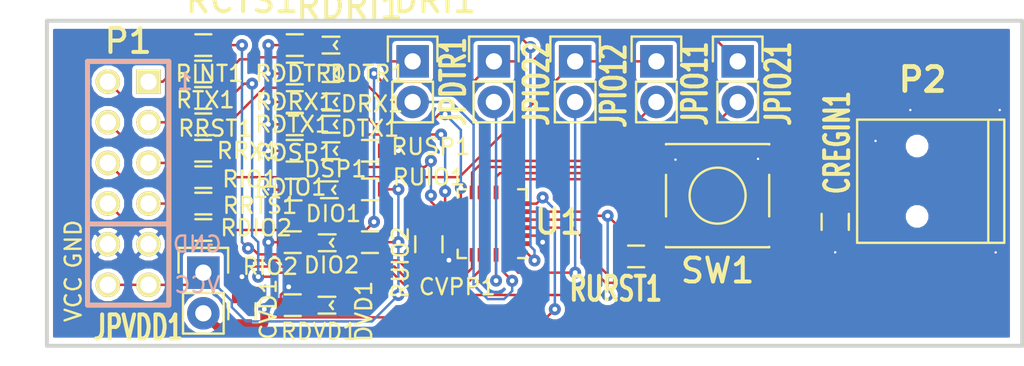
<source format=kicad_pcb>
(kicad_pcb (version 4) (host pcbnew 4.0.2-stable)

  (general
    (links 80)
    (no_connects 1)
    (area 132.155999 88.500257 195.080922 124.859742)
    (thickness 1.6)
    (drawings 4)
    (tracks 376)
    (zones 0)
    (modules 41)
    (nets 44)
  )

  (page A4)
  (layers
    (0 F.Cu signal)
    (31 B.Cu signal)
    (32 B.Adhes user hide)
    (33 F.Adhes user hide)
    (34 B.Paste user hide)
    (35 F.Paste user hide)
    (36 B.SilkS user hide)
    (37 F.SilkS user)
    (38 B.Mask user hide)
    (39 F.Mask user hide)
    (40 Dwgs.User user hide)
    (41 Cmts.User user hide)
    (42 Eco1.User user hide)
    (43 Eco2.User user hide)
    (44 Edge.Cuts user)
    (45 Margin user hide)
    (46 B.CrtYd user hide)
    (47 F.CrtYd user hide)
    (48 B.Fab user hide)
    (49 F.Fab user hide)
  )

  (setup
    (last_trace_width 0.153)
    (trace_clearance 0.153)
    (zone_clearance 0.254)
    (zone_45_only no)
    (trace_min 0.15)
    (segment_width 0.2)
    (edge_width 0.25)
    (via_size 0.75)
    (via_drill 0.3)
    (via_min_size 0.75)
    (via_min_drill 0.15)
    (user_via 0.75 0.15)
    (uvia_size 0.3)
    (uvia_drill 0.1)
    (uvias_allowed no)
    (uvia_min_size 0.2)
    (uvia_min_drill 0.1)
    (pcb_text_width 0.3)
    (pcb_text_size 1.5 1.5)
    (mod_edge_width 0.15)
    (mod_text_size 1 1)
    (mod_text_width 0.15)
    (pad_size 1.524 1.524)
    (pad_drill 0.762)
    (pad_to_mask_clearance 0.2)
    (aux_axis_origin 0 0)
    (visible_elements 7FFEFE1D)
    (pcbplotparams
      (layerselection 0x00030_80000001)
      (usegerberextensions false)
      (excludeedgelayer true)
      (linewidth 0.100000)
      (plotframeref false)
      (viasonmask false)
      (mode 1)
      (useauxorigin false)
      (hpglpennumber 1)
      (hpglpenspeed 20)
      (hpglpendiameter 15)
      (hpglpenoverlay 2)
      (psnegative false)
      (psa4output false)
      (plotreference true)
      (plotvalue true)
      (plotinvisibletext false)
      (padsonsilk false)
      (subtractmaskfromsilk false)
      (outputformat 1)
      (mirror false)
      (drillshape 1)
      (scaleselection 1)
      (outputdirectory ""))
  )

  (net 0 "")
  (net 1 /CP_REGIN)
  (net 2 GND)
  (net 3 VDD)
  (net 4 /CP_VPP)
  (net 5 "Net-(DDTR1-Pad1)")
  (net 6 /CP_DTR)
  (net 7 "Net-(DIO1-Pad1)")
  (net 8 /PMOD_IO1)
  (net 9 "Net-(DIO2-Pad1)")
  (net 10 /PMOD_IO2)
  (net 11 "Net-(DRI1-Pad1)")
  (net 12 /CP_RI)
  (net 13 "Net-(DRX1-Pad1)")
  (net 14 /CP_GPIO.1)
  (net 15 "Net-(DSP1-Pad1)")
  (net 16 /CP_~SUSPEND~)
  (net 17 "Net-(DTX1-Pad1)")
  (net 18 /CP_GPIO.0)
  (net 19 "Net-(DVD1-Pad1)")
  (net 20 /PMOD_RST)
  (net 21 /CP_GPIO.2)
  (net 22 /CP_DCD)
  (net 23 /CP_GPIO.3)
  (net 24 /CP_DSR)
  (net 25 /VIO)
  (net 26 "Net-(P1-Pad1)")
  (net 27 "Net-(P1-Pad2)")
  (net 28 "Net-(P1-Pad3)")
  (net 29 "Net-(P1-Pad4)")
  (net 30 "Net-(P1-Pad7)")
  (net 31 "Net-(P1-Pad8)")
  (net 32 "Net-(P1-Pad9)")
  (net 33 "Net-(P1-Pad10)")
  (net 34 /D-)
  (net 35 /D+)
  (net 36 "Net-(P2-Pad4)")
  (net 37 /PMOD_CTS)
  (net 38 /PMOD_RTS)
  (net 39 /PMOD_RXD)
  (net 40 /PMOD_TXD)
  (net 41 /CP_~RST)
  (net 42 "Net-(U1-Pad10)")
  (net 43 "Net-(U1-Pad17)")

  (net_class Default "This is the default net class."
    (clearance 0.153)
    (trace_width 0.153)
    (via_dia 0.75)
    (via_drill 0.3)
    (uvia_dia 0.3)
    (uvia_drill 0.1)
    (add_net /CP_DCD)
    (add_net /CP_DSR)
    (add_net /CP_DTR)
    (add_net /CP_GPIO.0)
    (add_net /CP_GPIO.1)
    (add_net /CP_GPIO.2)
    (add_net /CP_GPIO.3)
    (add_net /CP_REGIN)
    (add_net /CP_RI)
    (add_net /CP_VPP)
    (add_net /CP_~RST)
    (add_net /CP_~SUSPEND~)
    (add_net /D+)
    (add_net /D-)
    (add_net /PMOD_CTS)
    (add_net /PMOD_IO1)
    (add_net /PMOD_IO2)
    (add_net /PMOD_RST)
    (add_net /PMOD_RTS)
    (add_net /PMOD_RXD)
    (add_net /PMOD_TXD)
    (add_net /VIO)
    (add_net GND)
    (add_net "Net-(DDTR1-Pad1)")
    (add_net "Net-(DIO1-Pad1)")
    (add_net "Net-(DIO2-Pad1)")
    (add_net "Net-(DRI1-Pad1)")
    (add_net "Net-(DRX1-Pad1)")
    (add_net "Net-(DSP1-Pad1)")
    (add_net "Net-(DTX1-Pad1)")
    (add_net "Net-(DVD1-Pad1)")
    (add_net "Net-(P1-Pad1)")
    (add_net "Net-(P1-Pad10)")
    (add_net "Net-(P1-Pad2)")
    (add_net "Net-(P1-Pad3)")
    (add_net "Net-(P1-Pad4)")
    (add_net "Net-(P1-Pad7)")
    (add_net "Net-(P1-Pad8)")
    (add_net "Net-(P1-Pad9)")
    (add_net "Net-(P2-Pad4)")
    (add_net "Net-(U1-Pad10)")
    (add_net "Net-(U1-Pad17)")
  )

  (net_class PWR ""
    (clearance 0.153)
    (trace_width 0.5)
    (via_dia 0.75)
    (via_drill 0.3)
    (uvia_dia 0.3)
    (uvia_drill 0.1)
    (add_net VDD)
  )

  (module Capacitors_SMD:C_0805 (layer F.Cu) (tedit 583E5632) (tstamp 583A4653)
    (at 183.896 109.093 270)
    (descr "Capacitor SMD 0805, reflow soldering, AVX (see smccp.pdf)")
    (tags "capacitor 0805")
    (path /57F4E32D)
    (attr smd)
    (fp_text reference CREGIN1 (at -4.953 -0.127 270) (layer F.SilkS)
      (effects (font (size 1.5 1) (thickness 0.25)))
    )
    (fp_text value 1uF (at 0 2.1 270) (layer F.Fab)
      (effects (font (size 1 1) (thickness 0.15)))
    )
    (fp_line (start -1 0.625) (end -1 -0.625) (layer F.Fab) (width 0.15))
    (fp_line (start 1 0.625) (end -1 0.625) (layer F.Fab) (width 0.15))
    (fp_line (start 1 -0.625) (end 1 0.625) (layer F.Fab) (width 0.15))
    (fp_line (start -1 -0.625) (end 1 -0.625) (layer F.Fab) (width 0.15))
    (fp_line (start -1.8 -1) (end 1.8 -1) (layer F.CrtYd) (width 0.05))
    (fp_line (start -1.8 1) (end 1.8 1) (layer F.CrtYd) (width 0.05))
    (fp_line (start -1.8 -1) (end -1.8 1) (layer F.CrtYd) (width 0.05))
    (fp_line (start 1.8 -1) (end 1.8 1) (layer F.CrtYd) (width 0.05))
    (fp_line (start 0.5 -0.85) (end -0.5 -0.85) (layer F.SilkS) (width 0.15))
    (fp_line (start -0.5 0.85) (end 0.5 0.85) (layer F.SilkS) (width 0.15))
    (pad 1 smd rect (at -1 0 270) (size 1 1.25) (layers F.Cu F.Paste F.Mask)
      (net 1 /CP_REGIN))
    (pad 2 smd rect (at 1 0 270) (size 1 1.25) (layers F.Cu F.Paste F.Mask)
      (net 2 GND))
    (model Capacitors_SMD.3dshapes/C_0805.wrl
      (at (xyz 0 0 0))
      (scale (xyz 1 1 1))
      (rotate (xyz 0 0 0))
    )
  )

  (module Capacitors_SMD:C_0805 (layer F.Cu) (tedit 5415D6EA) (tstamp 583A4659)
    (at 146.812 114.681 90)
    (descr "Capacitor SMD 0805, reflow soldering, AVX (see smccp.pdf)")
    (tags "capacitor 0805")
    (path /57F6453F)
    (attr smd)
    (fp_text reference CVD1 (at 0.127 1.651 90) (layer F.SilkS)
      (effects (font (size 1 1) (thickness 0.15)))
    )
    (fp_text value 1uF (at 0 2.1 90) (layer F.Fab)
      (effects (font (size 1 1) (thickness 0.15)))
    )
    (fp_line (start -1 0.625) (end -1 -0.625) (layer F.Fab) (width 0.15))
    (fp_line (start 1 0.625) (end -1 0.625) (layer F.Fab) (width 0.15))
    (fp_line (start 1 -0.625) (end 1 0.625) (layer F.Fab) (width 0.15))
    (fp_line (start -1 -0.625) (end 1 -0.625) (layer F.Fab) (width 0.15))
    (fp_line (start -1.8 -1) (end 1.8 -1) (layer F.CrtYd) (width 0.05))
    (fp_line (start -1.8 1) (end 1.8 1) (layer F.CrtYd) (width 0.05))
    (fp_line (start -1.8 -1) (end -1.8 1) (layer F.CrtYd) (width 0.05))
    (fp_line (start 1.8 -1) (end 1.8 1) (layer F.CrtYd) (width 0.05))
    (fp_line (start 0.5 -0.85) (end -0.5 -0.85) (layer F.SilkS) (width 0.15))
    (fp_line (start -0.5 0.85) (end 0.5 0.85) (layer F.SilkS) (width 0.15))
    (pad 1 smd rect (at -1 0 90) (size 1 1.25) (layers F.Cu F.Paste F.Mask)
      (net 3 VDD))
    (pad 2 smd rect (at 1 0 90) (size 1 1.25) (layers F.Cu F.Paste F.Mask)
      (net 2 GND))
    (model Capacitors_SMD.3dshapes/C_0805.wrl
      (at (xyz 0 0 0))
      (scale (xyz 1 1 1))
      (rotate (xyz 0 0 0))
    )
  )

  (module Capacitors_SMD:C_0805 (layer F.Cu) (tedit 5415D6EA) (tstamp 583A465F)
    (at 158.496 110.49 270)
    (descr "Capacitor SMD 0805, reflow soldering, AVX (see smccp.pdf)")
    (tags "capacitor 0805")
    (path /57F4E149)
    (attr smd)
    (fp_text reference CVPP1 (at 2.667 -1.778 540) (layer F.SilkS)
      (effects (font (size 1 1) (thickness 0.15)))
    )
    (fp_text value 4.7uF (at 0 2.1 270) (layer F.Fab)
      (effects (font (size 1 1) (thickness 0.15)))
    )
    (fp_line (start -1 0.625) (end -1 -0.625) (layer F.Fab) (width 0.15))
    (fp_line (start 1 0.625) (end -1 0.625) (layer F.Fab) (width 0.15))
    (fp_line (start 1 -0.625) (end 1 0.625) (layer F.Fab) (width 0.15))
    (fp_line (start -1 -0.625) (end 1 -0.625) (layer F.Fab) (width 0.15))
    (fp_line (start -1.8 -1) (end 1.8 -1) (layer F.CrtYd) (width 0.05))
    (fp_line (start -1.8 1) (end 1.8 1) (layer F.CrtYd) (width 0.05))
    (fp_line (start -1.8 -1) (end -1.8 1) (layer F.CrtYd) (width 0.05))
    (fp_line (start 1.8 -1) (end 1.8 1) (layer F.CrtYd) (width 0.05))
    (fp_line (start 0.5 -0.85) (end -0.5 -0.85) (layer F.SilkS) (width 0.15))
    (fp_line (start -0.5 0.85) (end 0.5 0.85) (layer F.SilkS) (width 0.15))
    (pad 1 smd rect (at -1 0 270) (size 1 1.25) (layers F.Cu F.Paste F.Mask)
      (net 4 /CP_VPP))
    (pad 2 smd rect (at 1 0 270) (size 1 1.25) (layers F.Cu F.Paste F.Mask)
      (net 2 GND))
    (model Capacitors_SMD.3dshapes/C_0805.wrl
      (at (xyz 0 0 0))
      (scale (xyz 1 1 1))
      (rotate (xyz 0 0 0))
    )
  )

  (module LEDs:LED_0402 (layer F.Cu) (tedit 5710AA4B) (tstamp 583A4665)
    (at 152.654 99.822)
    (descr "LED 0402 smd package")
    (tags "LED led 0402 SMD smd SMT smt smdled SMDLED smtled SMTLED")
    (path /57F4F1C0)
    (attr smd)
    (fp_text reference DDTR1 (at 2.032 0) (layer F.SilkS)
      (effects (font (size 1 1) (thickness 0.15)))
    )
    (fp_text value D (at 0 1.8) (layer F.Fab)
      (effects (font (size 1 1) (thickness 0.15)))
    )
    (fp_line (start -0.2 -0.1) (end -0.2 0.1) (layer F.Fab) (width 0.15))
    (fp_line (start 0.1 0.1) (end 0.1 -0.1) (layer F.Fab) (width 0.15))
    (fp_line (start -0.1 0) (end 0.1 0.1) (layer F.Fab) (width 0.15))
    (fp_line (start 0.1 -0.1) (end -0.1 0) (layer F.Fab) (width 0.15))
    (fp_line (start -0.5 0.25) (end -0.5 -0.25) (layer F.Fab) (width 0.15))
    (fp_line (start 0.5 0.25) (end -0.5 0.25) (layer F.Fab) (width 0.15))
    (fp_line (start 0.5 -0.25) (end 0.5 0.25) (layer F.Fab) (width 0.15))
    (fp_line (start -0.5 -0.25) (end 0.5 -0.25) (layer F.Fab) (width 0.15))
    (fp_line (start -0.1 0) (end 0.1 0.25) (layer F.SilkS) (width 0.15))
    (fp_line (start 0.1 -0.25) (end -0.1 0) (layer F.SilkS) (width 0.15))
    (fp_line (start -0.95 -0.65) (end 0.95 -0.65) (layer F.CrtYd) (width 0.05))
    (fp_line (start -0.95 0.65) (end 0.95 0.65) (layer F.CrtYd) (width 0.05))
    (fp_line (start -0.95 -0.65) (end -0.95 0.65) (layer F.CrtYd) (width 0.05))
    (fp_line (start 0.95 -0.65) (end 0.95 0.65) (layer F.CrtYd) (width 0.05))
    (fp_line (start 0.25 -0.525) (end -0.8 -0.525) (layer F.SilkS) (width 0.15))
    (fp_line (start 0.25 0.525) (end -0.8 0.525) (layer F.SilkS) (width 0.15))
    (pad 1 smd rect (at -0.45 0) (size 0.4 0.6) (layers F.Cu F.Paste F.Mask)
      (net 5 "Net-(DDTR1-Pad1)"))
    (pad 2 smd rect (at 0.45 0) (size 0.4 0.6) (layers F.Cu F.Paste F.Mask)
      (net 6 /CP_DTR))
    (model LEDs.3dshapes/LED_0402.wrl
      (at (xyz 0 0 0))
      (scale (xyz 1 1 1))
      (rotate (xyz 0 0 180))
    )
  )

  (module LEDs:LED_0402 (layer F.Cu) (tedit 5710AA4B) (tstamp 583A466B)
    (at 152.548608 107.08778)
    (descr "LED 0402 smd package")
    (tags "LED led 0402 SMD smd SMT smt smdled SMDLED smtled SMTLED")
    (path /57F5114C)
    (attr smd)
    (fp_text reference DIO1 (at -0.021608 1.49722) (layer F.SilkS)
      (effects (font (size 1 1) (thickness 0.15)))
    )
    (fp_text value D (at 0 1.8) (layer F.Fab)
      (effects (font (size 1 1) (thickness 0.15)))
    )
    (fp_line (start -0.2 -0.1) (end -0.2 0.1) (layer F.Fab) (width 0.15))
    (fp_line (start 0.1 0.1) (end 0.1 -0.1) (layer F.Fab) (width 0.15))
    (fp_line (start -0.1 0) (end 0.1 0.1) (layer F.Fab) (width 0.15))
    (fp_line (start 0.1 -0.1) (end -0.1 0) (layer F.Fab) (width 0.15))
    (fp_line (start -0.5 0.25) (end -0.5 -0.25) (layer F.Fab) (width 0.15))
    (fp_line (start 0.5 0.25) (end -0.5 0.25) (layer F.Fab) (width 0.15))
    (fp_line (start 0.5 -0.25) (end 0.5 0.25) (layer F.Fab) (width 0.15))
    (fp_line (start -0.5 -0.25) (end 0.5 -0.25) (layer F.Fab) (width 0.15))
    (fp_line (start -0.1 0) (end 0.1 0.25) (layer F.SilkS) (width 0.15))
    (fp_line (start 0.1 -0.25) (end -0.1 0) (layer F.SilkS) (width 0.15))
    (fp_line (start -0.95 -0.65) (end 0.95 -0.65) (layer F.CrtYd) (width 0.05))
    (fp_line (start -0.95 0.65) (end 0.95 0.65) (layer F.CrtYd) (width 0.05))
    (fp_line (start -0.95 -0.65) (end -0.95 0.65) (layer F.CrtYd) (width 0.05))
    (fp_line (start 0.95 -0.65) (end 0.95 0.65) (layer F.CrtYd) (width 0.05))
    (fp_line (start 0.25 -0.525) (end -0.8 -0.525) (layer F.SilkS) (width 0.15))
    (fp_line (start 0.25 0.525) (end -0.8 0.525) (layer F.SilkS) (width 0.15))
    (pad 1 smd rect (at -0.45 0) (size 0.4 0.6) (layers F.Cu F.Paste F.Mask)
      (net 7 "Net-(DIO1-Pad1)"))
    (pad 2 smd rect (at 0.45 0) (size 0.4 0.6) (layers F.Cu F.Paste F.Mask)
      (net 8 /PMOD_IO1))
    (model LEDs.3dshapes/LED_0402.wrl
      (at (xyz 0 0 0))
      (scale (xyz 1 1 1))
      (rotate (xyz 0 0 180))
    )
  )

  (module LEDs:LED_0402 (layer F.Cu) (tedit 5710AA4B) (tstamp 583A4671)
    (at 152.41599 110.39917)
    (descr "LED 0402 smd package")
    (tags "LED led 0402 SMD smd SMT smt smdled SMDLED smtled SMTLED")
    (path /57F51146)
    (attr smd)
    (fp_text reference DIO2 (at 0 1.397) (layer F.SilkS)
      (effects (font (size 1 1) (thickness 0.15)))
    )
    (fp_text value D (at 0 1.8) (layer F.Fab)
      (effects (font (size 1 1) (thickness 0.15)))
    )
    (fp_line (start -0.2 -0.1) (end -0.2 0.1) (layer F.Fab) (width 0.15))
    (fp_line (start 0.1 0.1) (end 0.1 -0.1) (layer F.Fab) (width 0.15))
    (fp_line (start -0.1 0) (end 0.1 0.1) (layer F.Fab) (width 0.15))
    (fp_line (start 0.1 -0.1) (end -0.1 0) (layer F.Fab) (width 0.15))
    (fp_line (start -0.5 0.25) (end -0.5 -0.25) (layer F.Fab) (width 0.15))
    (fp_line (start 0.5 0.25) (end -0.5 0.25) (layer F.Fab) (width 0.15))
    (fp_line (start 0.5 -0.25) (end 0.5 0.25) (layer F.Fab) (width 0.15))
    (fp_line (start -0.5 -0.25) (end 0.5 -0.25) (layer F.Fab) (width 0.15))
    (fp_line (start -0.1 0) (end 0.1 0.25) (layer F.SilkS) (width 0.15))
    (fp_line (start 0.1 -0.25) (end -0.1 0) (layer F.SilkS) (width 0.15))
    (fp_line (start -0.95 -0.65) (end 0.95 -0.65) (layer F.CrtYd) (width 0.05))
    (fp_line (start -0.95 0.65) (end 0.95 0.65) (layer F.CrtYd) (width 0.05))
    (fp_line (start -0.95 -0.65) (end -0.95 0.65) (layer F.CrtYd) (width 0.05))
    (fp_line (start 0.95 -0.65) (end 0.95 0.65) (layer F.CrtYd) (width 0.05))
    (fp_line (start 0.25 -0.525) (end -0.8 -0.525) (layer F.SilkS) (width 0.15))
    (fp_line (start 0.25 0.525) (end -0.8 0.525) (layer F.SilkS) (width 0.15))
    (pad 1 smd rect (at -0.45 0) (size 0.4 0.6) (layers F.Cu F.Paste F.Mask)
      (net 9 "Net-(DIO2-Pad1)"))
    (pad 2 smd rect (at 0.45 0) (size 0.4 0.6) (layers F.Cu F.Paste F.Mask)
      (net 10 /PMOD_IO2))
    (model LEDs.3dshapes/LED_0402.wrl
      (at (xyz 0 0 0))
      (scale (xyz 1 1 1))
      (rotate (xyz 0 0 180))
    )
  )

  (module LEDs:LED_0402 (layer F.Cu) (tedit 583E58AA) (tstamp 583A4677)
    (at 152.654 98.044)
    (descr "LED 0402 smd package")
    (tags "LED led 0402 SMD smd SMT smt smdled SMDLED smtled SMTLED")
    (path /57F4FF84)
    (attr smd)
    (fp_text reference DRI1 (at 6.223 -2.794) (layer F.SilkS)
      (effects (font (size 1.5 1.5) (thickness 0.25)))
    )
    (fp_text value D (at 0 1.8) (layer F.Fab)
      (effects (font (size 1 1) (thickness 0.15)))
    )
    (fp_line (start -0.2 -0.1) (end -0.2 0.1) (layer F.Fab) (width 0.15))
    (fp_line (start 0.1 0.1) (end 0.1 -0.1) (layer F.Fab) (width 0.15))
    (fp_line (start -0.1 0) (end 0.1 0.1) (layer F.Fab) (width 0.15))
    (fp_line (start 0.1 -0.1) (end -0.1 0) (layer F.Fab) (width 0.15))
    (fp_line (start -0.5 0.25) (end -0.5 -0.25) (layer F.Fab) (width 0.15))
    (fp_line (start 0.5 0.25) (end -0.5 0.25) (layer F.Fab) (width 0.15))
    (fp_line (start 0.5 -0.25) (end 0.5 0.25) (layer F.Fab) (width 0.15))
    (fp_line (start -0.5 -0.25) (end 0.5 -0.25) (layer F.Fab) (width 0.15))
    (fp_line (start -0.1 0) (end 0.1 0.25) (layer F.SilkS) (width 0.15))
    (fp_line (start 0.1 -0.25) (end -0.1 0) (layer F.SilkS) (width 0.15))
    (fp_line (start -0.95 -0.65) (end 0.95 -0.65) (layer F.CrtYd) (width 0.05))
    (fp_line (start -0.95 0.65) (end 0.95 0.65) (layer F.CrtYd) (width 0.05))
    (fp_line (start -0.95 -0.65) (end -0.95 0.65) (layer F.CrtYd) (width 0.05))
    (fp_line (start 0.95 -0.65) (end 0.95 0.65) (layer F.CrtYd) (width 0.05))
    (fp_line (start 0.25 -0.525) (end -0.8 -0.525) (layer F.SilkS) (width 0.15))
    (fp_line (start 0.25 0.525) (end -0.8 0.525) (layer F.SilkS) (width 0.15))
    (pad 1 smd rect (at -0.45 0) (size 0.4 0.6) (layers F.Cu F.Paste F.Mask)
      (net 11 "Net-(DRI1-Pad1)"))
    (pad 2 smd rect (at 0.45 0) (size 0.4 0.6) (layers F.Cu F.Paste F.Mask)
      (net 12 /CP_RI))
    (model LEDs.3dshapes/LED_0402.wrl
      (at (xyz 0 0 0))
      (scale (xyz 1 1 1))
      (rotate (xyz 0 0 180))
    )
  )

  (module LEDs:LED_0402 (layer F.Cu) (tedit 5710AA4B) (tstamp 583A467D)
    (at 152.654 101.6)
    (descr "LED 0402 smd package")
    (tags "LED led 0402 SMD smd SMT smt smdled SMDLED smtled SMTLED")
    (path /57F4D00A)
    (attr smd)
    (fp_text reference DRX1 (at 2.286 0.127) (layer F.SilkS)
      (effects (font (size 1 1) (thickness 0.15)))
    )
    (fp_text value D (at 0 1.8) (layer F.Fab)
      (effects (font (size 1 1) (thickness 0.15)))
    )
    (fp_line (start -0.2 -0.1) (end -0.2 0.1) (layer F.Fab) (width 0.15))
    (fp_line (start 0.1 0.1) (end 0.1 -0.1) (layer F.Fab) (width 0.15))
    (fp_line (start -0.1 0) (end 0.1 0.1) (layer F.Fab) (width 0.15))
    (fp_line (start 0.1 -0.1) (end -0.1 0) (layer F.Fab) (width 0.15))
    (fp_line (start -0.5 0.25) (end -0.5 -0.25) (layer F.Fab) (width 0.15))
    (fp_line (start 0.5 0.25) (end -0.5 0.25) (layer F.Fab) (width 0.15))
    (fp_line (start 0.5 -0.25) (end 0.5 0.25) (layer F.Fab) (width 0.15))
    (fp_line (start -0.5 -0.25) (end 0.5 -0.25) (layer F.Fab) (width 0.15))
    (fp_line (start -0.1 0) (end 0.1 0.25) (layer F.SilkS) (width 0.15))
    (fp_line (start 0.1 -0.25) (end -0.1 0) (layer F.SilkS) (width 0.15))
    (fp_line (start -0.95 -0.65) (end 0.95 -0.65) (layer F.CrtYd) (width 0.05))
    (fp_line (start -0.95 0.65) (end 0.95 0.65) (layer F.CrtYd) (width 0.05))
    (fp_line (start -0.95 -0.65) (end -0.95 0.65) (layer F.CrtYd) (width 0.05))
    (fp_line (start 0.95 -0.65) (end 0.95 0.65) (layer F.CrtYd) (width 0.05))
    (fp_line (start 0.25 -0.525) (end -0.8 -0.525) (layer F.SilkS) (width 0.15))
    (fp_line (start 0.25 0.525) (end -0.8 0.525) (layer F.SilkS) (width 0.15))
    (pad 1 smd rect (at -0.45 0) (size 0.4 0.6) (layers F.Cu F.Paste F.Mask)
      (net 13 "Net-(DRX1-Pad1)"))
    (pad 2 smd rect (at 0.45 0) (size 0.4 0.6) (layers F.Cu F.Paste F.Mask)
      (net 14 /CP_GPIO.1))
    (model LEDs.3dshapes/LED_0402.wrl
      (at (xyz 0 0 0))
      (scale (xyz 1 1 1))
      (rotate (xyz 0 0 180))
    )
  )

  (module LEDs:LED_0402 (layer F.Cu) (tedit 5710AA4B) (tstamp 583A4683)
    (at 152.654 104.648)
    (descr "LED 0402 smd package")
    (tags "LED led 0402 SMD smd SMT smt smdled SMDLED smtled SMTLED")
    (path /57F55702)
    (attr smd)
    (fp_text reference DSP1 (at 0 1.143) (layer F.SilkS)
      (effects (font (size 1 1) (thickness 0.15)))
    )
    (fp_text value D (at 0 1.8) (layer F.Fab)
      (effects (font (size 1 1) (thickness 0.15)))
    )
    (fp_line (start -0.2 -0.1) (end -0.2 0.1) (layer F.Fab) (width 0.15))
    (fp_line (start 0.1 0.1) (end 0.1 -0.1) (layer F.Fab) (width 0.15))
    (fp_line (start -0.1 0) (end 0.1 0.1) (layer F.Fab) (width 0.15))
    (fp_line (start 0.1 -0.1) (end -0.1 0) (layer F.Fab) (width 0.15))
    (fp_line (start -0.5 0.25) (end -0.5 -0.25) (layer F.Fab) (width 0.15))
    (fp_line (start 0.5 0.25) (end -0.5 0.25) (layer F.Fab) (width 0.15))
    (fp_line (start 0.5 -0.25) (end 0.5 0.25) (layer F.Fab) (width 0.15))
    (fp_line (start -0.5 -0.25) (end 0.5 -0.25) (layer F.Fab) (width 0.15))
    (fp_line (start -0.1 0) (end 0.1 0.25) (layer F.SilkS) (width 0.15))
    (fp_line (start 0.1 -0.25) (end -0.1 0) (layer F.SilkS) (width 0.15))
    (fp_line (start -0.95 -0.65) (end 0.95 -0.65) (layer F.CrtYd) (width 0.05))
    (fp_line (start -0.95 0.65) (end 0.95 0.65) (layer F.CrtYd) (width 0.05))
    (fp_line (start -0.95 -0.65) (end -0.95 0.65) (layer F.CrtYd) (width 0.05))
    (fp_line (start 0.95 -0.65) (end 0.95 0.65) (layer F.CrtYd) (width 0.05))
    (fp_line (start 0.25 -0.525) (end -0.8 -0.525) (layer F.SilkS) (width 0.15))
    (fp_line (start 0.25 0.525) (end -0.8 0.525) (layer F.SilkS) (width 0.15))
    (pad 1 smd rect (at -0.45 0) (size 0.4 0.6) (layers F.Cu F.Paste F.Mask)
      (net 15 "Net-(DSP1-Pad1)"))
    (pad 2 smd rect (at 0.45 0) (size 0.4 0.6) (layers F.Cu F.Paste F.Mask)
      (net 16 /CP_~SUSPEND~))
    (model LEDs.3dshapes/LED_0402.wrl
      (at (xyz 0 0 0))
      (scale (xyz 1 1 1))
      (rotate (xyz 0 0 180))
    )
  )

  (module LEDs:LED_0402 (layer F.Cu) (tedit 5710AA4B) (tstamp 583A4689)
    (at 152.654 102.997)
    (descr "LED 0402 smd package")
    (tags "LED led 0402 SMD smd SMT smt smdled SMDLED smtled SMTLED")
    (path /57F4CF9B)
    (attr smd)
    (fp_text reference DTX1 (at 2.159 0.254) (layer F.SilkS)
      (effects (font (size 1 1) (thickness 0.15)))
    )
    (fp_text value D (at 0 1.8) (layer F.Fab)
      (effects (font (size 1 1) (thickness 0.15)))
    )
    (fp_line (start -0.2 -0.1) (end -0.2 0.1) (layer F.Fab) (width 0.15))
    (fp_line (start 0.1 0.1) (end 0.1 -0.1) (layer F.Fab) (width 0.15))
    (fp_line (start -0.1 0) (end 0.1 0.1) (layer F.Fab) (width 0.15))
    (fp_line (start 0.1 -0.1) (end -0.1 0) (layer F.Fab) (width 0.15))
    (fp_line (start -0.5 0.25) (end -0.5 -0.25) (layer F.Fab) (width 0.15))
    (fp_line (start 0.5 0.25) (end -0.5 0.25) (layer F.Fab) (width 0.15))
    (fp_line (start 0.5 -0.25) (end 0.5 0.25) (layer F.Fab) (width 0.15))
    (fp_line (start -0.5 -0.25) (end 0.5 -0.25) (layer F.Fab) (width 0.15))
    (fp_line (start -0.1 0) (end 0.1 0.25) (layer F.SilkS) (width 0.15))
    (fp_line (start 0.1 -0.25) (end -0.1 0) (layer F.SilkS) (width 0.15))
    (fp_line (start -0.95 -0.65) (end 0.95 -0.65) (layer F.CrtYd) (width 0.05))
    (fp_line (start -0.95 0.65) (end 0.95 0.65) (layer F.CrtYd) (width 0.05))
    (fp_line (start -0.95 -0.65) (end -0.95 0.65) (layer F.CrtYd) (width 0.05))
    (fp_line (start 0.95 -0.65) (end 0.95 0.65) (layer F.CrtYd) (width 0.05))
    (fp_line (start 0.25 -0.525) (end -0.8 -0.525) (layer F.SilkS) (width 0.15))
    (fp_line (start 0.25 0.525) (end -0.8 0.525) (layer F.SilkS) (width 0.15))
    (pad 1 smd rect (at -0.45 0) (size 0.4 0.6) (layers F.Cu F.Paste F.Mask)
      (net 17 "Net-(DTX1-Pad1)"))
    (pad 2 smd rect (at 0.45 0) (size 0.4 0.6) (layers F.Cu F.Paste F.Mask)
      (net 18 /CP_GPIO.0))
    (model LEDs.3dshapes/LED_0402.wrl
      (at (xyz 0 0 0))
      (scale (xyz 1 1 1))
      (rotate (xyz 0 0 180))
    )
  )

  (module LEDs:LED_0402 (layer F.Cu) (tedit 5710AA4B) (tstamp 583A468F)
    (at 152.4 114.3)
    (descr "LED 0402 smd package")
    (tags "LED led 0402 SMD smd SMT smt smdled SMDLED smtled SMTLED")
    (path /57F636FC)
    (attr smd)
    (fp_text reference DVD1 (at 2.032 0.381 90) (layer F.SilkS)
      (effects (font (size 1 1) (thickness 0.15)))
    )
    (fp_text value D (at 0 1.8) (layer F.Fab)
      (effects (font (size 1 1) (thickness 0.15)))
    )
    (fp_line (start -0.2 -0.1) (end -0.2 0.1) (layer F.Fab) (width 0.15))
    (fp_line (start 0.1 0.1) (end 0.1 -0.1) (layer F.Fab) (width 0.15))
    (fp_line (start -0.1 0) (end 0.1 0.1) (layer F.Fab) (width 0.15))
    (fp_line (start 0.1 -0.1) (end -0.1 0) (layer F.Fab) (width 0.15))
    (fp_line (start -0.5 0.25) (end -0.5 -0.25) (layer F.Fab) (width 0.15))
    (fp_line (start 0.5 0.25) (end -0.5 0.25) (layer F.Fab) (width 0.15))
    (fp_line (start 0.5 -0.25) (end 0.5 0.25) (layer F.Fab) (width 0.15))
    (fp_line (start -0.5 -0.25) (end 0.5 -0.25) (layer F.Fab) (width 0.15))
    (fp_line (start -0.1 0) (end 0.1 0.25) (layer F.SilkS) (width 0.15))
    (fp_line (start 0.1 -0.25) (end -0.1 0) (layer F.SilkS) (width 0.15))
    (fp_line (start -0.95 -0.65) (end 0.95 -0.65) (layer F.CrtYd) (width 0.05))
    (fp_line (start -0.95 0.65) (end 0.95 0.65) (layer F.CrtYd) (width 0.05))
    (fp_line (start -0.95 -0.65) (end -0.95 0.65) (layer F.CrtYd) (width 0.05))
    (fp_line (start 0.95 -0.65) (end 0.95 0.65) (layer F.CrtYd) (width 0.05))
    (fp_line (start 0.25 -0.525) (end -0.8 -0.525) (layer F.SilkS) (width 0.15))
    (fp_line (start 0.25 0.525) (end -0.8 0.525) (layer F.SilkS) (width 0.15))
    (pad 1 smd rect (at -0.45 0) (size 0.4 0.6) (layers F.Cu F.Paste F.Mask)
      (net 19 "Net-(DVD1-Pad1)"))
    (pad 2 smd rect (at 0.45 0) (size 0.4 0.6) (layers F.Cu F.Paste F.Mask)
      (net 3 VDD))
    (model LEDs.3dshapes/LED_0402.wrl
      (at (xyz 0 0 0))
      (scale (xyz 1 1 1))
      (rotate (xyz 0 0 180))
    )
  )

  (module Pin_Headers:Pin_Header_Straight_1x02 (layer F.Cu) (tedit 583E55F6) (tstamp 583A4695)
    (at 157.48 99.06)
    (descr "Through hole pin header")
    (tags "pin header")
    (path /57F52AB5)
    (fp_text reference JPDTR1 (at 2.54 1.27 90) (layer F.SilkS)
      (effects (font (size 1.5 1) (thickness 0.25)))
    )
    (fp_text value JUMPER (at 0 -3.1) (layer F.Fab)
      (effects (font (size 1 1) (thickness 0.15)))
    )
    (fp_line (start 1.27 1.27) (end 1.27 3.81) (layer F.SilkS) (width 0.15))
    (fp_line (start 1.55 -1.55) (end 1.55 0) (layer F.SilkS) (width 0.15))
    (fp_line (start -1.75 -1.75) (end -1.75 4.3) (layer F.CrtYd) (width 0.05))
    (fp_line (start 1.75 -1.75) (end 1.75 4.3) (layer F.CrtYd) (width 0.05))
    (fp_line (start -1.75 -1.75) (end 1.75 -1.75) (layer F.CrtYd) (width 0.05))
    (fp_line (start -1.75 4.3) (end 1.75 4.3) (layer F.CrtYd) (width 0.05))
    (fp_line (start 1.27 1.27) (end -1.27 1.27) (layer F.SilkS) (width 0.15))
    (fp_line (start -1.55 0) (end -1.55 -1.55) (layer F.SilkS) (width 0.15))
    (fp_line (start -1.55 -1.55) (end 1.55 -1.55) (layer F.SilkS) (width 0.15))
    (fp_line (start -1.27 1.27) (end -1.27 3.81) (layer F.SilkS) (width 0.15))
    (fp_line (start -1.27 3.81) (end 1.27 3.81) (layer F.SilkS) (width 0.15))
    (pad 1 thru_hole rect (at 0 0) (size 2.032 2.032) (drill 1.016) (layers *.Cu *.Mask)
      (net 20 /PMOD_RST))
    (pad 2 thru_hole oval (at 0 2.54) (size 2.032 2.032) (drill 1.016) (layers *.Cu *.Mask)
      (net 6 /CP_DTR))
    (model Pin_Headers.3dshapes/Pin_Header_Straight_1x02.wrl
      (at (xyz 0 -0.05 0))
      (scale (xyz 1 1 1))
      (rotate (xyz 0 0 90))
    )
  )

  (module Pin_Headers:Pin_Header_Straight_1x02 (layer F.Cu) (tedit 583E5612) (tstamp 583A469B)
    (at 172.72 99.06)
    (descr "Through hole pin header")
    (tags "pin header")
    (path /57F56ED1)
    (fp_text reference JPIO11 (at 2.413 1.397 90) (layer F.SilkS)
      (effects (font (size 1.5 1) (thickness 0.25)))
    )
    (fp_text value JUMPER (at 0 -3.1) (layer F.Fab)
      (effects (font (size 1 1) (thickness 0.15)))
    )
    (fp_line (start 1.27 1.27) (end 1.27 3.81) (layer F.SilkS) (width 0.15))
    (fp_line (start 1.55 -1.55) (end 1.55 0) (layer F.SilkS) (width 0.15))
    (fp_line (start -1.75 -1.75) (end -1.75 4.3) (layer F.CrtYd) (width 0.05))
    (fp_line (start 1.75 -1.75) (end 1.75 4.3) (layer F.CrtYd) (width 0.05))
    (fp_line (start -1.75 -1.75) (end 1.75 -1.75) (layer F.CrtYd) (width 0.05))
    (fp_line (start -1.75 4.3) (end 1.75 4.3) (layer F.CrtYd) (width 0.05))
    (fp_line (start 1.27 1.27) (end -1.27 1.27) (layer F.SilkS) (width 0.15))
    (fp_line (start -1.55 0) (end -1.55 -1.55) (layer F.SilkS) (width 0.15))
    (fp_line (start -1.55 -1.55) (end 1.55 -1.55) (layer F.SilkS) (width 0.15))
    (fp_line (start -1.27 1.27) (end -1.27 3.81) (layer F.SilkS) (width 0.15))
    (fp_line (start -1.27 3.81) (end 1.27 3.81) (layer F.SilkS) (width 0.15))
    (pad 1 thru_hole rect (at 0 0) (size 2.032 2.032) (drill 1.016) (layers *.Cu *.Mask)
      (net 8 /PMOD_IO1))
    (pad 2 thru_hole oval (at 0 2.54) (size 2.032 2.032) (drill 1.016) (layers *.Cu *.Mask)
      (net 21 /CP_GPIO.2))
    (model Pin_Headers.3dshapes/Pin_Header_Straight_1x02.wrl
      (at (xyz 0 -0.05 0))
      (scale (xyz 1 1 1))
      (rotate (xyz 0 0 90))
    )
  )

  (module Pin_Headers:Pin_Header_Straight_1x02 (layer F.Cu) (tedit 583E5603) (tstamp 583A46A1)
    (at 167.64 99.06)
    (descr "Through hole pin header")
    (tags "pin header")
    (path /57F57094)
    (fp_text reference JPIO12 (at 2.413 1.524 90) (layer F.SilkS)
      (effects (font (size 1.5 1) (thickness 0.25)))
    )
    (fp_text value JUMPER (at 0 -3.1) (layer F.Fab)
      (effects (font (size 1 1) (thickness 0.15)))
    )
    (fp_line (start 1.27 1.27) (end 1.27 3.81) (layer F.SilkS) (width 0.15))
    (fp_line (start 1.55 -1.55) (end 1.55 0) (layer F.SilkS) (width 0.15))
    (fp_line (start -1.75 -1.75) (end -1.75 4.3) (layer F.CrtYd) (width 0.05))
    (fp_line (start 1.75 -1.75) (end 1.75 4.3) (layer F.CrtYd) (width 0.05))
    (fp_line (start -1.75 -1.75) (end 1.75 -1.75) (layer F.CrtYd) (width 0.05))
    (fp_line (start -1.75 4.3) (end 1.75 4.3) (layer F.CrtYd) (width 0.05))
    (fp_line (start 1.27 1.27) (end -1.27 1.27) (layer F.SilkS) (width 0.15))
    (fp_line (start -1.55 0) (end -1.55 -1.55) (layer F.SilkS) (width 0.15))
    (fp_line (start -1.55 -1.55) (end 1.55 -1.55) (layer F.SilkS) (width 0.15))
    (fp_line (start -1.27 1.27) (end -1.27 3.81) (layer F.SilkS) (width 0.15))
    (fp_line (start -1.27 3.81) (end 1.27 3.81) (layer F.SilkS) (width 0.15))
    (pad 1 thru_hole rect (at 0 0) (size 2.032 2.032) (drill 1.016) (layers *.Cu *.Mask)
      (net 8 /PMOD_IO1))
    (pad 2 thru_hole oval (at 0 2.54) (size 2.032 2.032) (drill 1.016) (layers *.Cu *.Mask)
      (net 22 /CP_DCD))
    (model Pin_Headers.3dshapes/Pin_Header_Straight_1x02.wrl
      (at (xyz 0 -0.05 0))
      (scale (xyz 1 1 1))
      (rotate (xyz 0 0 90))
    )
  )

  (module Pin_Headers:Pin_Header_Straight_1x02 (layer F.Cu) (tedit 583E5620) (tstamp 583A46A7)
    (at 177.8 99.06)
    (descr "Through hole pin header")
    (tags "pin header")
    (path /57F579C0)
    (fp_text reference JPIO21 (at 2.54 1.397 90) (layer F.SilkS)
      (effects (font (size 1.5 1) (thickness 0.25)))
    )
    (fp_text value JUMPER (at 0 -3.1) (layer F.Fab)
      (effects (font (size 1 1) (thickness 0.15)))
    )
    (fp_line (start 1.27 1.27) (end 1.27 3.81) (layer F.SilkS) (width 0.15))
    (fp_line (start 1.55 -1.55) (end 1.55 0) (layer F.SilkS) (width 0.15))
    (fp_line (start -1.75 -1.75) (end -1.75 4.3) (layer F.CrtYd) (width 0.05))
    (fp_line (start 1.75 -1.75) (end 1.75 4.3) (layer F.CrtYd) (width 0.05))
    (fp_line (start -1.75 -1.75) (end 1.75 -1.75) (layer F.CrtYd) (width 0.05))
    (fp_line (start -1.75 4.3) (end 1.75 4.3) (layer F.CrtYd) (width 0.05))
    (fp_line (start 1.27 1.27) (end -1.27 1.27) (layer F.SilkS) (width 0.15))
    (fp_line (start -1.55 0) (end -1.55 -1.55) (layer F.SilkS) (width 0.15))
    (fp_line (start -1.55 -1.55) (end 1.55 -1.55) (layer F.SilkS) (width 0.15))
    (fp_line (start -1.27 1.27) (end -1.27 3.81) (layer F.SilkS) (width 0.15))
    (fp_line (start -1.27 3.81) (end 1.27 3.81) (layer F.SilkS) (width 0.15))
    (pad 1 thru_hole rect (at 0 0) (size 2.032 2.032) (drill 1.016) (layers *.Cu *.Mask)
      (net 10 /PMOD_IO2))
    (pad 2 thru_hole oval (at 0 2.54) (size 2.032 2.032) (drill 1.016) (layers *.Cu *.Mask)
      (net 23 /CP_GPIO.3))
    (model Pin_Headers.3dshapes/Pin_Header_Straight_1x02.wrl
      (at (xyz 0 -0.05 0))
      (scale (xyz 1 1 1))
      (rotate (xyz 0 0 90))
    )
  )

  (module Pin_Headers:Pin_Header_Straight_1x02 (layer F.Cu) (tedit 583E55E6) (tstamp 583A46AD)
    (at 162.56 99.06)
    (descr "Through hole pin header")
    (tags "pin header")
    (path /57F579C6)
    (fp_text reference JPIO22 (at 2.667 1.397 90) (layer F.SilkS)
      (effects (font (size 1.5 1) (thickness 0.25)))
    )
    (fp_text value JUMPER (at 0 -3.1) (layer F.Fab)
      (effects (font (size 1 1) (thickness 0.15)))
    )
    (fp_line (start 1.27 1.27) (end 1.27 3.81) (layer F.SilkS) (width 0.15))
    (fp_line (start 1.55 -1.55) (end 1.55 0) (layer F.SilkS) (width 0.15))
    (fp_line (start -1.75 -1.75) (end -1.75 4.3) (layer F.CrtYd) (width 0.05))
    (fp_line (start 1.75 -1.75) (end 1.75 4.3) (layer F.CrtYd) (width 0.05))
    (fp_line (start -1.75 -1.75) (end 1.75 -1.75) (layer F.CrtYd) (width 0.05))
    (fp_line (start -1.75 4.3) (end 1.75 4.3) (layer F.CrtYd) (width 0.05))
    (fp_line (start 1.27 1.27) (end -1.27 1.27) (layer F.SilkS) (width 0.15))
    (fp_line (start -1.55 0) (end -1.55 -1.55) (layer F.SilkS) (width 0.15))
    (fp_line (start -1.55 -1.55) (end 1.55 -1.55) (layer F.SilkS) (width 0.15))
    (fp_line (start -1.27 1.27) (end -1.27 3.81) (layer F.SilkS) (width 0.15))
    (fp_line (start -1.27 3.81) (end 1.27 3.81) (layer F.SilkS) (width 0.15))
    (pad 1 thru_hole rect (at 0 0) (size 2.032 2.032) (drill 1.016) (layers *.Cu *.Mask)
      (net 10 /PMOD_IO2))
    (pad 2 thru_hole oval (at 0 2.54) (size 2.032 2.032) (drill 1.016) (layers *.Cu *.Mask)
      (net 24 /CP_DSR))
    (model Pin_Headers.3dshapes/Pin_Header_Straight_1x02.wrl
      (at (xyz 0 -0.05 0))
      (scale (xyz 1 1 1))
      (rotate (xyz 0 0 90))
    )
  )

  (module Pin_Headers:Pin_Header_Straight_1x02 (layer F.Cu) (tedit 583E590E) (tstamp 583A46B3)
    (at 144.399 112.268)
    (descr "Through hole pin header")
    (tags "pin header")
    (path /57F5C981)
    (fp_text reference JPVDD1 (at -4.064 3.429) (layer F.SilkS)
      (effects (font (size 1.5 1) (thickness 0.25)))
    )
    (fp_text value JUMPER (at 0 -3.1) (layer F.Fab)
      (effects (font (size 1 1) (thickness 0.15)))
    )
    (fp_line (start 1.27 1.27) (end 1.27 3.81) (layer F.SilkS) (width 0.15))
    (fp_line (start 1.55 -1.55) (end 1.55 0) (layer F.SilkS) (width 0.15))
    (fp_line (start -1.75 -1.75) (end -1.75 4.3) (layer F.CrtYd) (width 0.05))
    (fp_line (start 1.75 -1.75) (end 1.75 4.3) (layer F.CrtYd) (width 0.05))
    (fp_line (start -1.75 -1.75) (end 1.75 -1.75) (layer F.CrtYd) (width 0.05))
    (fp_line (start -1.75 4.3) (end 1.75 4.3) (layer F.CrtYd) (width 0.05))
    (fp_line (start 1.27 1.27) (end -1.27 1.27) (layer F.SilkS) (width 0.15))
    (fp_line (start -1.55 0) (end -1.55 -1.55) (layer F.SilkS) (width 0.15))
    (fp_line (start -1.55 -1.55) (end 1.55 -1.55) (layer F.SilkS) (width 0.15))
    (fp_line (start -1.27 1.27) (end -1.27 3.81) (layer F.SilkS) (width 0.15))
    (fp_line (start -1.27 3.81) (end 1.27 3.81) (layer F.SilkS) (width 0.15))
    (pad 1 thru_hole rect (at 0 0) (size 2.032 2.032) (drill 1.016) (layers *.Cu *.Mask)
      (net 25 /VIO))
    (pad 2 thru_hole oval (at 0 2.54) (size 2.032 2.032) (drill 1.016) (layers *.Cu *.Mask)
      (net 3 VDD))
    (model Pin_Headers.3dshapes/Pin_Header_Straight_1x02.wrl
      (at (xyz 0 -0.05 0))
      (scale (xyz 1 1 1))
      (rotate (xyz 0 0 90))
    )
  )

  (module Connect:USB_Mini-B (layer F.Cu) (tedit 583E5591) (tstamp 583A46D2)
    (at 189.865 106.553 180)
    (descr "USB Mini-B 5-pin SMD connector")
    (tags "USB USB_B USB_Mini connector")
    (path /57F4D6DE)
    (attr smd)
    (fp_text reference P2 (at 0.508 6.35 180) (layer F.SilkS)
      (effects (font (size 1.5 1.5) (thickness 0.3)))
    )
    (fp_text value USB_OTG (at 0 -7.0993 180) (layer F.Fab)
      (effects (font (size 1 1) (thickness 0.15)))
    )
    (fp_line (start -4.85 -5.7) (end 4.85 -5.7) (layer F.CrtYd) (width 0.05))
    (fp_line (start 4.85 -5.7) (end 4.85 5.7) (layer F.CrtYd) (width 0.05))
    (fp_line (start 4.85 5.7) (end -4.85 5.7) (layer F.CrtYd) (width 0.05))
    (fp_line (start -4.85 5.7) (end -4.85 -5.7) (layer F.CrtYd) (width 0.05))
    (fp_line (start -3.59918 -3.85064) (end -3.59918 3.85064) (layer F.SilkS) (width 0.15))
    (fp_line (start -4.59994 -3.85064) (end -4.59994 3.85064) (layer F.SilkS) (width 0.15))
    (fp_line (start -4.59994 3.85064) (end 4.59994 3.85064) (layer F.SilkS) (width 0.15))
    (fp_line (start 4.59994 3.85064) (end 4.59994 -3.85064) (layer F.SilkS) (width 0.15))
    (fp_line (start 4.59994 -3.85064) (end -4.59994 -3.85064) (layer F.SilkS) (width 0.15))
    (pad 1 smd rect (at 3.44932 -1.6002 180) (size 2.30124 0.50038) (layers F.Cu F.Paste F.Mask)
      (net 1 /CP_REGIN))
    (pad 2 smd rect (at 3.44932 -0.8001 180) (size 2.30124 0.50038) (layers F.Cu F.Paste F.Mask)
      (net 34 /D-))
    (pad 3 smd rect (at 3.44932 0 180) (size 2.30124 0.50038) (layers F.Cu F.Paste F.Mask)
      (net 35 /D+))
    (pad 4 smd rect (at 3.44932 0.8001 180) (size 2.30124 0.50038) (layers F.Cu F.Paste F.Mask)
      (net 36 "Net-(P2-Pad4)"))
    (pad 5 smd rect (at 3.44932 1.6002 180) (size 2.30124 0.50038) (layers F.Cu F.Paste F.Mask)
      (net 2 GND))
    (pad 6 smd rect (at 3.35026 -4.45008 180) (size 2.49936 1.99898) (layers F.Cu F.Paste F.Mask)
      (net 2 GND))
    (pad 6 smd rect (at -2.14884 -4.45008 180) (size 2.49936 1.99898) (layers F.Cu F.Paste F.Mask)
      (net 2 GND))
    (pad 6 smd rect (at 3.35026 4.45008 180) (size 2.49936 1.99898) (layers F.Cu F.Paste F.Mask)
      (net 2 GND))
    (pad 6 smd rect (at -2.14884 4.45008 180) (size 2.49936 1.99898) (layers F.Cu F.Paste F.Mask)
      (net 2 GND))
    (pad "" np_thru_hole circle (at 0.8509 -2.19964 180) (size 0.89916 0.89916) (drill 0.89916) (layers *.Cu *.Mask))
    (pad "" np_thru_hole circle (at 0.8509 2.19964 180) (size 0.89916 0.89916) (drill 0.89916) (layers *.Cu *.Mask))
  )

  (module Resistors_SMD:R_0603 (layer F.Cu) (tedit 583E5879) (tstamp 583A46D8)
    (at 144.399 98.044 180)
    (descr "Resistor SMD 0603, reflow soldering, Vishay (see dcrcw.pdf)")
    (tags "resistor 0603")
    (path /57F54490)
    (attr smd)
    (fp_text reference RCTS1 (at -2.413 2.794 180) (layer F.SilkS)
      (effects (font (size 1.5 1.5) (thickness 0.25)))
    )
    (fp_text value 50 (at 0 1.9 180) (layer F.Fab)
      (effects (font (size 1 1) (thickness 0.15)))
    )
    (fp_line (start -0.8 0.4) (end -0.8 -0.4) (layer F.Fab) (width 0.1))
    (fp_line (start 0.8 0.4) (end -0.8 0.4) (layer F.Fab) (width 0.1))
    (fp_line (start 0.8 -0.4) (end 0.8 0.4) (layer F.Fab) (width 0.1))
    (fp_line (start -0.8 -0.4) (end 0.8 -0.4) (layer F.Fab) (width 0.1))
    (fp_line (start -1.3 -0.8) (end 1.3 -0.8) (layer F.CrtYd) (width 0.05))
    (fp_line (start -1.3 0.8) (end 1.3 0.8) (layer F.CrtYd) (width 0.05))
    (fp_line (start -1.3 -0.8) (end -1.3 0.8) (layer F.CrtYd) (width 0.05))
    (fp_line (start 1.3 -0.8) (end 1.3 0.8) (layer F.CrtYd) (width 0.05))
    (fp_line (start 0.5 0.675) (end -0.5 0.675) (layer F.SilkS) (width 0.15))
    (fp_line (start -0.5 -0.675) (end 0.5 -0.675) (layer F.SilkS) (width 0.15))
    (pad 1 smd rect (at -0.75 0 180) (size 0.5 0.9) (layers F.Cu F.Paste F.Mask)
      (net 37 /PMOD_CTS))
    (pad 2 smd rect (at 0.75 0 180) (size 0.5 0.9) (layers F.Cu F.Paste F.Mask)
      (net 26 "Net-(P1-Pad1)"))
    (model Resistors_SMD.3dshapes/R_0603.wrl
      (at (xyz 0 0 0))
      (scale (xyz 1 1 1))
      (rotate (xyz 0 0 0))
    )
  )

  (module Resistors_SMD:R_0603 (layer F.Cu) (tedit 58307A47) (tstamp 583A46DE)
    (at 150.114 99.822)
    (descr "Resistor SMD 0603, reflow soldering, Vishay (see dcrcw.pdf)")
    (tags "resistor 0603")
    (path /57F4F1C6)
    (attr smd)
    (fp_text reference RDDTR1 (at 0.381 0 180) (layer F.SilkS)
      (effects (font (size 1 1) (thickness 0.15)))
    )
    (fp_text value LEDO (at 0 1.9) (layer F.Fab)
      (effects (font (size 1 1) (thickness 0.15)))
    )
    (fp_line (start -0.8 0.4) (end -0.8 -0.4) (layer F.Fab) (width 0.1))
    (fp_line (start 0.8 0.4) (end -0.8 0.4) (layer F.Fab) (width 0.1))
    (fp_line (start 0.8 -0.4) (end 0.8 0.4) (layer F.Fab) (width 0.1))
    (fp_line (start -0.8 -0.4) (end 0.8 -0.4) (layer F.Fab) (width 0.1))
    (fp_line (start -1.3 -0.8) (end 1.3 -0.8) (layer F.CrtYd) (width 0.05))
    (fp_line (start -1.3 0.8) (end 1.3 0.8) (layer F.CrtYd) (width 0.05))
    (fp_line (start -1.3 -0.8) (end -1.3 0.8) (layer F.CrtYd) (width 0.05))
    (fp_line (start 1.3 -0.8) (end 1.3 0.8) (layer F.CrtYd) (width 0.05))
    (fp_line (start 0.5 0.675) (end -0.5 0.675) (layer F.SilkS) (width 0.15))
    (fp_line (start -0.5 -0.675) (end 0.5 -0.675) (layer F.SilkS) (width 0.15))
    (pad 1 smd rect (at -0.75 0) (size 0.5 0.9) (layers F.Cu F.Paste F.Mask)
      (net 3 VDD))
    (pad 2 smd rect (at 0.75 0) (size 0.5 0.9) (layers F.Cu F.Paste F.Mask)
      (net 5 "Net-(DDTR1-Pad1)"))
    (model Resistors_SMD.3dshapes/R_0603.wrl
      (at (xyz 0 0 0))
      (scale (xyz 1 1 1))
      (rotate (xyz 0 0 0))
    )
  )

  (module Resistors_SMD:R_0603 (layer F.Cu) (tedit 58307A47) (tstamp 583A46E4)
    (at 150.035527 107.079843)
    (descr "Resistor SMD 0603, reflow soldering, Vishay (see dcrcw.pdf)")
    (tags "resistor 0603")
    (path /57F51152)
    (attr smd)
    (fp_text reference RDIO1 (at -0.175527 -0.145843) (layer F.SilkS)
      (effects (font (size 1 1) (thickness 0.15)))
    )
    (fp_text value LEDO (at 0 1.9) (layer F.Fab)
      (effects (font (size 1 1) (thickness 0.15)))
    )
    (fp_line (start -0.8 0.4) (end -0.8 -0.4) (layer F.Fab) (width 0.1))
    (fp_line (start 0.8 0.4) (end -0.8 0.4) (layer F.Fab) (width 0.1))
    (fp_line (start 0.8 -0.4) (end 0.8 0.4) (layer F.Fab) (width 0.1))
    (fp_line (start -0.8 -0.4) (end 0.8 -0.4) (layer F.Fab) (width 0.1))
    (fp_line (start -1.3 -0.8) (end 1.3 -0.8) (layer F.CrtYd) (width 0.05))
    (fp_line (start -1.3 0.8) (end 1.3 0.8) (layer F.CrtYd) (width 0.05))
    (fp_line (start -1.3 -0.8) (end -1.3 0.8) (layer F.CrtYd) (width 0.05))
    (fp_line (start 1.3 -0.8) (end 1.3 0.8) (layer F.CrtYd) (width 0.05))
    (fp_line (start 0.5 0.675) (end -0.5 0.675) (layer F.SilkS) (width 0.15))
    (fp_line (start -0.5 -0.675) (end 0.5 -0.675) (layer F.SilkS) (width 0.15))
    (pad 1 smd rect (at -0.75 0) (size 0.5 0.9) (layers F.Cu F.Paste F.Mask)
      (net 3 VDD))
    (pad 2 smd rect (at 0.75 0) (size 0.5 0.9) (layers F.Cu F.Paste F.Mask)
      (net 7 "Net-(DIO1-Pad1)"))
    (model Resistors_SMD.3dshapes/R_0603.wrl
      (at (xyz 0 0 0))
      (scale (xyz 1 1 1))
      (rotate (xyz 0 0 0))
    )
  )

  (module Resistors_SMD:R_0603 (layer F.Cu) (tedit 58307A47) (tstamp 583A46EA)
    (at 149.987 110.363)
    (descr "Resistor SMD 0603, reflow soldering, Vishay (see dcrcw.pdf)")
    (tags "resistor 0603")
    (path /57F51158)
    (attr smd)
    (fp_text reference RDIO2 (at -2.286 -0.889) (layer F.SilkS)
      (effects (font (size 1 1) (thickness 0.15)))
    )
    (fp_text value LEDO (at 0 1.9) (layer F.Fab)
      (effects (font (size 1 1) (thickness 0.15)))
    )
    (fp_line (start -0.8 0.4) (end -0.8 -0.4) (layer F.Fab) (width 0.1))
    (fp_line (start 0.8 0.4) (end -0.8 0.4) (layer F.Fab) (width 0.1))
    (fp_line (start 0.8 -0.4) (end 0.8 0.4) (layer F.Fab) (width 0.1))
    (fp_line (start -0.8 -0.4) (end 0.8 -0.4) (layer F.Fab) (width 0.1))
    (fp_line (start -1.3 -0.8) (end 1.3 -0.8) (layer F.CrtYd) (width 0.05))
    (fp_line (start -1.3 0.8) (end 1.3 0.8) (layer F.CrtYd) (width 0.05))
    (fp_line (start -1.3 -0.8) (end -1.3 0.8) (layer F.CrtYd) (width 0.05))
    (fp_line (start 1.3 -0.8) (end 1.3 0.8) (layer F.CrtYd) (width 0.05))
    (fp_line (start 0.5 0.675) (end -0.5 0.675) (layer F.SilkS) (width 0.15))
    (fp_line (start -0.5 -0.675) (end 0.5 -0.675) (layer F.SilkS) (width 0.15))
    (pad 1 smd rect (at -0.75 0) (size 0.5 0.9) (layers F.Cu F.Paste F.Mask)
      (net 3 VDD))
    (pad 2 smd rect (at 0.75 0) (size 0.5 0.9) (layers F.Cu F.Paste F.Mask)
      (net 9 "Net-(DIO2-Pad1)"))
    (model Resistors_SMD.3dshapes/R_0603.wrl
      (at (xyz 0 0 0))
      (scale (xyz 1 1 1))
      (rotate (xyz 0 0 0))
    )
  )

  (module Resistors_SMD:R_0603 (layer F.Cu) (tedit 583E588E) (tstamp 583A46F0)
    (at 150.114 98.044)
    (descr "Resistor SMD 0603, reflow soldering, Vishay (see dcrcw.pdf)")
    (tags "resistor 0603")
    (path /57F4FF8B)
    (attr smd)
    (fp_text reference RDRI1 (at 3.429 -2.413) (layer F.SilkS)
      (effects (font (size 1.5 1.5) (thickness 0.25)))
    )
    (fp_text value LEDO (at 0 1.9) (layer F.Fab)
      (effects (font (size 1 1) (thickness 0.15)))
    )
    (fp_line (start -0.8 0.4) (end -0.8 -0.4) (layer F.Fab) (width 0.1))
    (fp_line (start 0.8 0.4) (end -0.8 0.4) (layer F.Fab) (width 0.1))
    (fp_line (start 0.8 -0.4) (end 0.8 0.4) (layer F.Fab) (width 0.1))
    (fp_line (start -0.8 -0.4) (end 0.8 -0.4) (layer F.Fab) (width 0.1))
    (fp_line (start -1.3 -0.8) (end 1.3 -0.8) (layer F.CrtYd) (width 0.05))
    (fp_line (start -1.3 0.8) (end 1.3 0.8) (layer F.CrtYd) (width 0.05))
    (fp_line (start -1.3 -0.8) (end -1.3 0.8) (layer F.CrtYd) (width 0.05))
    (fp_line (start 1.3 -0.8) (end 1.3 0.8) (layer F.CrtYd) (width 0.05))
    (fp_line (start 0.5 0.675) (end -0.5 0.675) (layer F.SilkS) (width 0.15))
    (fp_line (start -0.5 -0.675) (end 0.5 -0.675) (layer F.SilkS) (width 0.15))
    (pad 1 smd rect (at -0.75 0) (size 0.5 0.9) (layers F.Cu F.Paste F.Mask)
      (net 3 VDD))
    (pad 2 smd rect (at 0.75 0) (size 0.5 0.9) (layers F.Cu F.Paste F.Mask)
      (net 11 "Net-(DRI1-Pad1)"))
    (model Resistors_SMD.3dshapes/R_0603.wrl
      (at (xyz 0 0 0))
      (scale (xyz 1 1 1))
      (rotate (xyz 0 0 0))
    )
  )

  (module Resistors_SMD:R_0603 (layer F.Cu) (tedit 58307A47) (tstamp 583A46F6)
    (at 150.114 101.6)
    (descr "Resistor SMD 0603, reflow soldering, Vishay (see dcrcw.pdf)")
    (tags "resistor 0603")
    (path /57F4DD2D)
    (attr smd)
    (fp_text reference RDRX1 (at 0 0) (layer F.SilkS)
      (effects (font (size 1 1) (thickness 0.15)))
    )
    (fp_text value LEDO (at 0 1.9) (layer F.Fab)
      (effects (font (size 1 1) (thickness 0.15)))
    )
    (fp_line (start -0.8 0.4) (end -0.8 -0.4) (layer F.Fab) (width 0.1))
    (fp_line (start 0.8 0.4) (end -0.8 0.4) (layer F.Fab) (width 0.1))
    (fp_line (start 0.8 -0.4) (end 0.8 0.4) (layer F.Fab) (width 0.1))
    (fp_line (start -0.8 -0.4) (end 0.8 -0.4) (layer F.Fab) (width 0.1))
    (fp_line (start -1.3 -0.8) (end 1.3 -0.8) (layer F.CrtYd) (width 0.05))
    (fp_line (start -1.3 0.8) (end 1.3 0.8) (layer F.CrtYd) (width 0.05))
    (fp_line (start -1.3 -0.8) (end -1.3 0.8) (layer F.CrtYd) (width 0.05))
    (fp_line (start 1.3 -0.8) (end 1.3 0.8) (layer F.CrtYd) (width 0.05))
    (fp_line (start 0.5 0.675) (end -0.5 0.675) (layer F.SilkS) (width 0.15))
    (fp_line (start -0.5 -0.675) (end 0.5 -0.675) (layer F.SilkS) (width 0.15))
    (pad 1 smd rect (at -0.75 0) (size 0.5 0.9) (layers F.Cu F.Paste F.Mask)
      (net 3 VDD))
    (pad 2 smd rect (at 0.75 0) (size 0.5 0.9) (layers F.Cu F.Paste F.Mask)
      (net 13 "Net-(DRX1-Pad1)"))
    (model Resistors_SMD.3dshapes/R_0603.wrl
      (at (xyz 0 0 0))
      (scale (xyz 1 1 1))
      (rotate (xyz 0 0 0))
    )
  )

  (module Resistors_SMD:R_0603 (layer F.Cu) (tedit 58307A47) (tstamp 583A46FC)
    (at 150.102 104.648)
    (descr "Resistor SMD 0603, reflow soldering, Vishay (see dcrcw.pdf)")
    (tags "resistor 0603")
    (path /57F55708)
    (attr smd)
    (fp_text reference RDSP1 (at 0.012 0.127) (layer F.SilkS)
      (effects (font (size 1 1) (thickness 0.15)))
    )
    (fp_text value LEDO (at 0 1.9) (layer F.Fab)
      (effects (font (size 1 1) (thickness 0.15)))
    )
    (fp_line (start -0.8 0.4) (end -0.8 -0.4) (layer F.Fab) (width 0.1))
    (fp_line (start 0.8 0.4) (end -0.8 0.4) (layer F.Fab) (width 0.1))
    (fp_line (start 0.8 -0.4) (end 0.8 0.4) (layer F.Fab) (width 0.1))
    (fp_line (start -0.8 -0.4) (end 0.8 -0.4) (layer F.Fab) (width 0.1))
    (fp_line (start -1.3 -0.8) (end 1.3 -0.8) (layer F.CrtYd) (width 0.05))
    (fp_line (start -1.3 0.8) (end 1.3 0.8) (layer F.CrtYd) (width 0.05))
    (fp_line (start -1.3 -0.8) (end -1.3 0.8) (layer F.CrtYd) (width 0.05))
    (fp_line (start 1.3 -0.8) (end 1.3 0.8) (layer F.CrtYd) (width 0.05))
    (fp_line (start 0.5 0.675) (end -0.5 0.675) (layer F.SilkS) (width 0.15))
    (fp_line (start -0.5 -0.675) (end 0.5 -0.675) (layer F.SilkS) (width 0.15))
    (pad 1 smd rect (at -0.75 0) (size 0.5 0.9) (layers F.Cu F.Paste F.Mask)
      (net 3 VDD))
    (pad 2 smd rect (at 0.75 0) (size 0.5 0.9) (layers F.Cu F.Paste F.Mask)
      (net 15 "Net-(DSP1-Pad1)"))
    (model Resistors_SMD.3dshapes/R_0603.wrl
      (at (xyz 0 0 0))
      (scale (xyz 1 1 1))
      (rotate (xyz 0 0 0))
    )
  )

  (module Resistors_SMD:R_0603 (layer F.Cu) (tedit 58307A47) (tstamp 583A4702)
    (at 150.114 102.997)
    (descr "Resistor SMD 0603, reflow soldering, Vishay (see dcrcw.pdf)")
    (tags "resistor 0603")
    (path /57F4DE41)
    (attr smd)
    (fp_text reference RDTX1 (at -0.127 0) (layer F.SilkS)
      (effects (font (size 1 1) (thickness 0.15)))
    )
    (fp_text value LEDO (at 0 1.9) (layer F.Fab)
      (effects (font (size 1 1) (thickness 0.15)))
    )
    (fp_line (start -0.8 0.4) (end -0.8 -0.4) (layer F.Fab) (width 0.1))
    (fp_line (start 0.8 0.4) (end -0.8 0.4) (layer F.Fab) (width 0.1))
    (fp_line (start 0.8 -0.4) (end 0.8 0.4) (layer F.Fab) (width 0.1))
    (fp_line (start -0.8 -0.4) (end 0.8 -0.4) (layer F.Fab) (width 0.1))
    (fp_line (start -1.3 -0.8) (end 1.3 -0.8) (layer F.CrtYd) (width 0.05))
    (fp_line (start -1.3 0.8) (end 1.3 0.8) (layer F.CrtYd) (width 0.05))
    (fp_line (start -1.3 -0.8) (end -1.3 0.8) (layer F.CrtYd) (width 0.05))
    (fp_line (start 1.3 -0.8) (end 1.3 0.8) (layer F.CrtYd) (width 0.05))
    (fp_line (start 0.5 0.675) (end -0.5 0.675) (layer F.SilkS) (width 0.15))
    (fp_line (start -0.5 -0.675) (end 0.5 -0.675) (layer F.SilkS) (width 0.15))
    (pad 1 smd rect (at -0.75 0) (size 0.5 0.9) (layers F.Cu F.Paste F.Mask)
      (net 3 VDD))
    (pad 2 smd rect (at 0.75 0) (size 0.5 0.9) (layers F.Cu F.Paste F.Mask)
      (net 17 "Net-(DTX1-Pad1)"))
    (model Resistors_SMD.3dshapes/R_0603.wrl
      (at (xyz 0 0 0))
      (scale (xyz 1 1 1))
      (rotate (xyz 0 0 0))
    )
  )

  (module Resistors_SMD:R_0603 (layer F.Cu) (tedit 58307A47) (tstamp 583A4708)
    (at 149.987 114.3)
    (descr "Resistor SMD 0603, reflow soldering, Vishay (see dcrcw.pdf)")
    (tags "resistor 0603")
    (path /57F63702)
    (attr smd)
    (fp_text reference RDVD1 (at 1.651 1.651) (layer F.SilkS)
      (effects (font (size 1 1) (thickness 0.15)))
    )
    (fp_text value LEDO (at 0 1.9) (layer F.Fab)
      (effects (font (size 1 1) (thickness 0.15)))
    )
    (fp_line (start -0.8 0.4) (end -0.8 -0.4) (layer F.Fab) (width 0.1))
    (fp_line (start 0.8 0.4) (end -0.8 0.4) (layer F.Fab) (width 0.1))
    (fp_line (start 0.8 -0.4) (end 0.8 0.4) (layer F.Fab) (width 0.1))
    (fp_line (start -0.8 -0.4) (end 0.8 -0.4) (layer F.Fab) (width 0.1))
    (fp_line (start -1.3 -0.8) (end 1.3 -0.8) (layer F.CrtYd) (width 0.05))
    (fp_line (start -1.3 0.8) (end 1.3 0.8) (layer F.CrtYd) (width 0.05))
    (fp_line (start -1.3 -0.8) (end -1.3 0.8) (layer F.CrtYd) (width 0.05))
    (fp_line (start 1.3 -0.8) (end 1.3 0.8) (layer F.CrtYd) (width 0.05))
    (fp_line (start 0.5 0.675) (end -0.5 0.675) (layer F.SilkS) (width 0.15))
    (fp_line (start -0.5 -0.675) (end 0.5 -0.675) (layer F.SilkS) (width 0.15))
    (pad 1 smd rect (at -0.75 0) (size 0.5 0.9) (layers F.Cu F.Paste F.Mask)
      (net 2 GND))
    (pad 2 smd rect (at 0.75 0) (size 0.5 0.9) (layers F.Cu F.Paste F.Mask)
      (net 19 "Net-(DVD1-Pad1)"))
    (model Resistors_SMD.3dshapes/R_0603.wrl
      (at (xyz 0 0 0))
      (scale (xyz 1 1 1))
      (rotate (xyz 0 0 0))
    )
  )

  (module Resistors_SMD:R_0603 (layer F.Cu) (tedit 58307A47) (tstamp 583A470E)
    (at 144.387 99.695)
    (descr "Resistor SMD 0603, reflow soldering, Vishay (see dcrcw.pdf)")
    (tags "resistor 0603")
    (path /57F500C7)
    (attr smd)
    (fp_text reference RINT1 (at 0.393 0.127) (layer F.SilkS)
      (effects (font (size 1 1) (thickness 0.15)))
    )
    (fp_text value 50 (at 0 1.9) (layer F.Fab)
      (effects (font (size 1 1) (thickness 0.15)))
    )
    (fp_line (start -0.8 0.4) (end -0.8 -0.4) (layer F.Fab) (width 0.1))
    (fp_line (start 0.8 0.4) (end -0.8 0.4) (layer F.Fab) (width 0.1))
    (fp_line (start 0.8 -0.4) (end 0.8 0.4) (layer F.Fab) (width 0.1))
    (fp_line (start -0.8 -0.4) (end 0.8 -0.4) (layer F.Fab) (width 0.1))
    (fp_line (start -1.3 -0.8) (end 1.3 -0.8) (layer F.CrtYd) (width 0.05))
    (fp_line (start -1.3 0.8) (end 1.3 0.8) (layer F.CrtYd) (width 0.05))
    (fp_line (start -1.3 -0.8) (end -1.3 0.8) (layer F.CrtYd) (width 0.05))
    (fp_line (start 1.3 -0.8) (end 1.3 0.8) (layer F.CrtYd) (width 0.05))
    (fp_line (start 0.5 0.675) (end -0.5 0.675) (layer F.SilkS) (width 0.15))
    (fp_line (start -0.5 -0.675) (end 0.5 -0.675) (layer F.SilkS) (width 0.15))
    (pad 1 smd rect (at -0.75 0) (size 0.5 0.9) (layers F.Cu F.Paste F.Mask)
      (net 30 "Net-(P1-Pad7)"))
    (pad 2 smd rect (at 0.75 0) (size 0.5 0.9) (layers F.Cu F.Paste F.Mask)
      (net 12 /CP_RI))
    (model Resistors_SMD.3dshapes/R_0603.wrl
      (at (xyz 0 0 0))
      (scale (xyz 1 1 1))
      (rotate (xyz 0 0 0))
    )
  )

  (module Resistors_SMD:R_0603 (layer F.Cu) (tedit 58307A47) (tstamp 583A4714)
    (at 144.399 106.299 180)
    (descr "Resistor SMD 0603, reflow soldering, Vishay (see dcrcw.pdf)")
    (tags "resistor 0603")
    (path /57F579B8)
    (attr smd)
    (fp_text reference RIO1 (at -2.921 -0.127 180) (layer F.SilkS)
      (effects (font (size 1 1) (thickness 0.15)))
    )
    (fp_text value 50 (at 0 1.9 180) (layer F.Fab)
      (effects (font (size 1 1) (thickness 0.15)))
    )
    (fp_line (start -0.8 0.4) (end -0.8 -0.4) (layer F.Fab) (width 0.1))
    (fp_line (start 0.8 0.4) (end -0.8 0.4) (layer F.Fab) (width 0.1))
    (fp_line (start 0.8 -0.4) (end 0.8 0.4) (layer F.Fab) (width 0.1))
    (fp_line (start -0.8 -0.4) (end 0.8 -0.4) (layer F.Fab) (width 0.1))
    (fp_line (start -1.3 -0.8) (end 1.3 -0.8) (layer F.CrtYd) (width 0.05))
    (fp_line (start -1.3 0.8) (end 1.3 0.8) (layer F.CrtYd) (width 0.05))
    (fp_line (start -1.3 -0.8) (end -1.3 0.8) (layer F.CrtYd) (width 0.05))
    (fp_line (start 1.3 -0.8) (end 1.3 0.8) (layer F.CrtYd) (width 0.05))
    (fp_line (start 0.5 0.675) (end -0.5 0.675) (layer F.SilkS) (width 0.15))
    (fp_line (start -0.5 -0.675) (end 0.5 -0.675) (layer F.SilkS) (width 0.15))
    (pad 1 smd rect (at -0.75 0 180) (size 0.5 0.9) (layers F.Cu F.Paste F.Mask)
      (net 8 /PMOD_IO1))
    (pad 2 smd rect (at 0.75 0 180) (size 0.5 0.9) (layers F.Cu F.Paste F.Mask)
      (net 32 "Net-(P1-Pad9)"))
    (model Resistors_SMD.3dshapes/R_0603.wrl
      (at (xyz 0 0 0))
      (scale (xyz 1 1 1))
      (rotate (xyz 0 0 0))
    )
  )

  (module Resistors_SMD:R_0603 (layer F.Cu) (tedit 58307A47) (tstamp 583A471A)
    (at 144.399 109.601)
    (descr "Resistor SMD 0603, reflow soldering, Vishay (see dcrcw.pdf)")
    (tags "resistor 0603")
    (path /57F53D72)
    (attr smd)
    (fp_text reference RIO2 (at 4.191 2.286) (layer F.SilkS)
      (effects (font (size 1 1) (thickness 0.15)))
    )
    (fp_text value 50 (at 0 1.9) (layer F.Fab)
      (effects (font (size 1 1) (thickness 0.15)))
    )
    (fp_line (start -0.8 0.4) (end -0.8 -0.4) (layer F.Fab) (width 0.1))
    (fp_line (start 0.8 0.4) (end -0.8 0.4) (layer F.Fab) (width 0.1))
    (fp_line (start 0.8 -0.4) (end 0.8 0.4) (layer F.Fab) (width 0.1))
    (fp_line (start -0.8 -0.4) (end 0.8 -0.4) (layer F.Fab) (width 0.1))
    (fp_line (start -1.3 -0.8) (end 1.3 -0.8) (layer F.CrtYd) (width 0.05))
    (fp_line (start -1.3 0.8) (end 1.3 0.8) (layer F.CrtYd) (width 0.05))
    (fp_line (start -1.3 -0.8) (end -1.3 0.8) (layer F.CrtYd) (width 0.05))
    (fp_line (start 1.3 -0.8) (end 1.3 0.8) (layer F.CrtYd) (width 0.05))
    (fp_line (start 0.5 0.675) (end -0.5 0.675) (layer F.SilkS) (width 0.15))
    (fp_line (start -0.5 -0.675) (end 0.5 -0.675) (layer F.SilkS) (width 0.15))
    (pad 1 smd rect (at -0.75 0) (size 0.5 0.9) (layers F.Cu F.Paste F.Mask)
      (net 33 "Net-(P1-Pad10)"))
    (pad 2 smd rect (at 0.75 0) (size 0.5 0.9) (layers F.Cu F.Paste F.Mask)
      (net 10 /PMOD_IO2))
    (model Resistors_SMD.3dshapes/R_0603.wrl
      (at (xyz 0 0 0))
      (scale (xyz 1 1 1))
      (rotate (xyz 0 0 0))
    )
  )

  (module Resistors_SMD:R_0603 (layer F.Cu) (tedit 58307A47) (tstamp 583A4720)
    (at 144.399 102.997)
    (descr "Resistor SMD 0603, reflow soldering, Vishay (see dcrcw.pdf)")
    (tags "resistor 0603")
    (path /57F52EB3)
    (attr smd)
    (fp_text reference RRST1 (at 0.762 0.254) (layer F.SilkS)
      (effects (font (size 1 1) (thickness 0.15)))
    )
    (fp_text value 50 (at 0 1.9) (layer F.Fab)
      (effects (font (size 1 1) (thickness 0.15)))
    )
    (fp_line (start -0.8 0.4) (end -0.8 -0.4) (layer F.Fab) (width 0.1))
    (fp_line (start 0.8 0.4) (end -0.8 0.4) (layer F.Fab) (width 0.1))
    (fp_line (start 0.8 -0.4) (end 0.8 0.4) (layer F.Fab) (width 0.1))
    (fp_line (start -0.8 -0.4) (end 0.8 -0.4) (layer F.Fab) (width 0.1))
    (fp_line (start -1.3 -0.8) (end 1.3 -0.8) (layer F.CrtYd) (width 0.05))
    (fp_line (start -1.3 0.8) (end 1.3 0.8) (layer F.CrtYd) (width 0.05))
    (fp_line (start -1.3 -0.8) (end -1.3 0.8) (layer F.CrtYd) (width 0.05))
    (fp_line (start 1.3 -0.8) (end 1.3 0.8) (layer F.CrtYd) (width 0.05))
    (fp_line (start 0.5 0.675) (end -0.5 0.675) (layer F.SilkS) (width 0.15))
    (fp_line (start -0.5 -0.675) (end 0.5 -0.675) (layer F.SilkS) (width 0.15))
    (pad 1 smd rect (at -0.75 0) (size 0.5 0.9) (layers F.Cu F.Paste F.Mask)
      (net 31 "Net-(P1-Pad8)"))
    (pad 2 smd rect (at 0.75 0) (size 0.5 0.9) (layers F.Cu F.Paste F.Mask)
      (net 20 /PMOD_RST))
    (model Resistors_SMD.3dshapes/R_0603.wrl
      (at (xyz 0 0 0))
      (scale (xyz 1 1 1))
      (rotate (xyz 0 0 0))
    )
  )

  (module Resistors_SMD:R_0603 (layer F.Cu) (tedit 58307A47) (tstamp 583A4726)
    (at 144.399 107.95 180)
    (descr "Resistor SMD 0603, reflow soldering, Vishay (see dcrcw.pdf)")
    (tags "resistor 0603")
    (path /57F545A3)
    (attr smd)
    (fp_text reference RRTS1 (at -3.544 -0.127 180) (layer F.SilkS)
      (effects (font (size 1 1) (thickness 0.15)))
    )
    (fp_text value 50 (at 0 1.9 180) (layer F.Fab)
      (effects (font (size 1 1) (thickness 0.15)))
    )
    (fp_line (start -0.8 0.4) (end -0.8 -0.4) (layer F.Fab) (width 0.1))
    (fp_line (start 0.8 0.4) (end -0.8 0.4) (layer F.Fab) (width 0.1))
    (fp_line (start 0.8 -0.4) (end 0.8 0.4) (layer F.Fab) (width 0.1))
    (fp_line (start -0.8 -0.4) (end 0.8 -0.4) (layer F.Fab) (width 0.1))
    (fp_line (start -1.3 -0.8) (end 1.3 -0.8) (layer F.CrtYd) (width 0.05))
    (fp_line (start -1.3 0.8) (end 1.3 0.8) (layer F.CrtYd) (width 0.05))
    (fp_line (start -1.3 -0.8) (end -1.3 0.8) (layer F.CrtYd) (width 0.05))
    (fp_line (start 1.3 -0.8) (end 1.3 0.8) (layer F.CrtYd) (width 0.05))
    (fp_line (start 0.5 0.675) (end -0.5 0.675) (layer F.SilkS) (width 0.15))
    (fp_line (start -0.5 -0.675) (end 0.5 -0.675) (layer F.SilkS) (width 0.15))
    (pad 1 smd rect (at -0.75 0 180) (size 0.5 0.9) (layers F.Cu F.Paste F.Mask)
      (net 38 /PMOD_RTS))
    (pad 2 smd rect (at 0.75 0 180) (size 0.5 0.9) (layers F.Cu F.Paste F.Mask)
      (net 29 "Net-(P1-Pad4)"))
    (model Resistors_SMD.3dshapes/R_0603.wrl
      (at (xyz 0 0 0))
      (scale (xyz 1 1 1))
      (rotate (xyz 0 0 0))
    )
  )

  (module Resistors_SMD:R_0603 (layer F.Cu) (tedit 58307A47) (tstamp 583A472C)
    (at 144.387 104.648 180)
    (descr "Resistor SMD 0603, reflow soldering, Vishay (see dcrcw.pdf)")
    (tags "resistor 0603")
    (path /57F543D4)
    (attr smd)
    (fp_text reference RRX1 (at -2.806 0 180) (layer F.SilkS)
      (effects (font (size 1 1) (thickness 0.15)))
    )
    (fp_text value 50 (at 0 1.9 180) (layer F.Fab)
      (effects (font (size 1 1) (thickness 0.15)))
    )
    (fp_line (start -0.8 0.4) (end -0.8 -0.4) (layer F.Fab) (width 0.1))
    (fp_line (start 0.8 0.4) (end -0.8 0.4) (layer F.Fab) (width 0.1))
    (fp_line (start 0.8 -0.4) (end 0.8 0.4) (layer F.Fab) (width 0.1))
    (fp_line (start -0.8 -0.4) (end 0.8 -0.4) (layer F.Fab) (width 0.1))
    (fp_line (start -1.3 -0.8) (end 1.3 -0.8) (layer F.CrtYd) (width 0.05))
    (fp_line (start -1.3 0.8) (end 1.3 0.8) (layer F.CrtYd) (width 0.05))
    (fp_line (start -1.3 -0.8) (end -1.3 0.8) (layer F.CrtYd) (width 0.05))
    (fp_line (start 1.3 -0.8) (end 1.3 0.8) (layer F.CrtYd) (width 0.05))
    (fp_line (start 0.5 0.675) (end -0.5 0.675) (layer F.SilkS) (width 0.15))
    (fp_line (start -0.5 -0.675) (end 0.5 -0.675) (layer F.SilkS) (width 0.15))
    (pad 1 smd rect (at -0.75 0 180) (size 0.5 0.9) (layers F.Cu F.Paste F.Mask)
      (net 39 /PMOD_RXD))
    (pad 2 smd rect (at 0.75 0 180) (size 0.5 0.9) (layers F.Cu F.Paste F.Mask)
      (net 28 "Net-(P1-Pad3)"))
    (model Resistors_SMD.3dshapes/R_0603.wrl
      (at (xyz 0 0 0))
      (scale (xyz 1 1 1))
      (rotate (xyz 0 0 0))
    )
  )

  (module Resistors_SMD:R_0603 (layer F.Cu) (tedit 58307A47) (tstamp 583A4732)
    (at 144.387 101.346 180)
    (descr "Resistor SMD 0603, reflow soldering, Vishay (see dcrcw.pdf)")
    (tags "resistor 0603")
    (path /57F54253)
    (attr smd)
    (fp_text reference RTX1 (at -0.139 -0.127 180) (layer F.SilkS)
      (effects (font (size 1 1) (thickness 0.15)))
    )
    (fp_text value 50 (at 0 1.9 180) (layer F.Fab)
      (effects (font (size 1 1) (thickness 0.15)))
    )
    (fp_line (start -0.8 0.4) (end -0.8 -0.4) (layer F.Fab) (width 0.1))
    (fp_line (start 0.8 0.4) (end -0.8 0.4) (layer F.Fab) (width 0.1))
    (fp_line (start 0.8 -0.4) (end 0.8 0.4) (layer F.Fab) (width 0.1))
    (fp_line (start -0.8 -0.4) (end 0.8 -0.4) (layer F.Fab) (width 0.1))
    (fp_line (start -1.3 -0.8) (end 1.3 -0.8) (layer F.CrtYd) (width 0.05))
    (fp_line (start -1.3 0.8) (end 1.3 0.8) (layer F.CrtYd) (width 0.05))
    (fp_line (start -1.3 -0.8) (end -1.3 0.8) (layer F.CrtYd) (width 0.05))
    (fp_line (start 1.3 -0.8) (end 1.3 0.8) (layer F.CrtYd) (width 0.05))
    (fp_line (start 0.5 0.675) (end -0.5 0.675) (layer F.SilkS) (width 0.15))
    (fp_line (start -0.5 -0.675) (end 0.5 -0.675) (layer F.SilkS) (width 0.15))
    (pad 1 smd rect (at -0.75 0 180) (size 0.5 0.9) (layers F.Cu F.Paste F.Mask)
      (net 40 /PMOD_TXD))
    (pad 2 smd rect (at 0.75 0 180) (size 0.5 0.9) (layers F.Cu F.Paste F.Mask)
      (net 27 "Net-(P1-Pad2)"))
    (model Resistors_SMD.3dshapes/R_0603.wrl
      (at (xyz 0 0 0))
      (scale (xyz 1 1 1))
      (rotate (xyz 0 0 0))
    )
  )

  (module Resistors_SMD:R_0603 (layer F.Cu) (tedit 58307A47) (tstamp 583A4738)
    (at 154.813 107.061 180)
    (descr "Resistor SMD 0603, reflow soldering, Vishay (see dcrcw.pdf)")
    (tags "resistor 0603")
    (path /57F51574)
    (attr smd)
    (fp_text reference RUIO1 (at -3.683 0.762 180) (layer F.SilkS)
      (effects (font (size 1 1) (thickness 0.15)))
    )
    (fp_text value 4k7 (at 0 1.9 180) (layer F.Fab)
      (effects (font (size 1 1) (thickness 0.15)))
    )
    (fp_line (start -0.8 0.4) (end -0.8 -0.4) (layer F.Fab) (width 0.1))
    (fp_line (start 0.8 0.4) (end -0.8 0.4) (layer F.Fab) (width 0.1))
    (fp_line (start 0.8 -0.4) (end 0.8 0.4) (layer F.Fab) (width 0.1))
    (fp_line (start -0.8 -0.4) (end 0.8 -0.4) (layer F.Fab) (width 0.1))
    (fp_line (start -1.3 -0.8) (end 1.3 -0.8) (layer F.CrtYd) (width 0.05))
    (fp_line (start -1.3 0.8) (end 1.3 0.8) (layer F.CrtYd) (width 0.05))
    (fp_line (start -1.3 -0.8) (end -1.3 0.8) (layer F.CrtYd) (width 0.05))
    (fp_line (start 1.3 -0.8) (end 1.3 0.8) (layer F.CrtYd) (width 0.05))
    (fp_line (start 0.5 0.675) (end -0.5 0.675) (layer F.SilkS) (width 0.15))
    (fp_line (start -0.5 -0.675) (end 0.5 -0.675) (layer F.SilkS) (width 0.15))
    (pad 1 smd rect (at -0.75 0 180) (size 0.5 0.9) (layers F.Cu F.Paste F.Mask)
      (net 25 /VIO))
    (pad 2 smd rect (at 0.75 0 180) (size 0.5 0.9) (layers F.Cu F.Paste F.Mask)
      (net 8 /PMOD_IO1))
    (model Resistors_SMD.3dshapes/R_0603.wrl
      (at (xyz 0 0 0))
      (scale (xyz 1 1 1))
      (rotate (xyz 0 0 0))
    )
  )

  (module Resistors_SMD:R_0603 (layer F.Cu) (tedit 58307A47) (tstamp 583A473E)
    (at 154.813 110.363 180)
    (descr "Resistor SMD 0603, reflow soldering, Vishay (see dcrcw.pdf)")
    (tags "resistor 0603")
    (path /57F51C24)
    (attr smd)
    (fp_text reference RUIO2 (at -1.905 -1.27 270) (layer F.SilkS)
      (effects (font (size 1 1) (thickness 0.15)))
    )
    (fp_text value 4k7 (at 0 1.9 180) (layer F.Fab)
      (effects (font (size 1 1) (thickness 0.15)))
    )
    (fp_line (start -0.8 0.4) (end -0.8 -0.4) (layer F.Fab) (width 0.1))
    (fp_line (start 0.8 0.4) (end -0.8 0.4) (layer F.Fab) (width 0.1))
    (fp_line (start 0.8 -0.4) (end 0.8 0.4) (layer F.Fab) (width 0.1))
    (fp_line (start -0.8 -0.4) (end 0.8 -0.4) (layer F.Fab) (width 0.1))
    (fp_line (start -1.3 -0.8) (end 1.3 -0.8) (layer F.CrtYd) (width 0.05))
    (fp_line (start -1.3 0.8) (end 1.3 0.8) (layer F.CrtYd) (width 0.05))
    (fp_line (start -1.3 -0.8) (end -1.3 0.8) (layer F.CrtYd) (width 0.05))
    (fp_line (start 1.3 -0.8) (end 1.3 0.8) (layer F.CrtYd) (width 0.05))
    (fp_line (start 0.5 0.675) (end -0.5 0.675) (layer F.SilkS) (width 0.15))
    (fp_line (start -0.5 -0.675) (end 0.5 -0.675) (layer F.SilkS) (width 0.15))
    (pad 1 smd rect (at -0.75 0 180) (size 0.5 0.9) (layers F.Cu F.Paste F.Mask)
      (net 25 /VIO))
    (pad 2 smd rect (at 0.75 0 180) (size 0.5 0.9) (layers F.Cu F.Paste F.Mask)
      (net 10 /PMOD_IO2))
    (model Resistors_SMD.3dshapes/R_0603.wrl
      (at (xyz 0 0 0))
      (scale (xyz 1 1 1))
      (rotate (xyz 0 0 0))
    )
  )

  (module Resistors_SMD:R_0603 (layer F.Cu) (tedit 583E5664) (tstamp 583A4744)
    (at 171.45 111.252)
    (descr "Resistor SMD 0603, reflow soldering, Vishay (see dcrcw.pdf)")
    (tags "resistor 0603")
    (path /57F4DB18)
    (attr smd)
    (fp_text reference RURST1 (at -1.27 2.032) (layer F.SilkS)
      (effects (font (size 1.5 1) (thickness 0.25)))
    )
    (fp_text value 4k7 (at 0 1.9) (layer F.Fab)
      (effects (font (size 1 1) (thickness 0.15)))
    )
    (fp_line (start -0.8 0.4) (end -0.8 -0.4) (layer F.Fab) (width 0.1))
    (fp_line (start 0.8 0.4) (end -0.8 0.4) (layer F.Fab) (width 0.1))
    (fp_line (start 0.8 -0.4) (end 0.8 0.4) (layer F.Fab) (width 0.1))
    (fp_line (start -0.8 -0.4) (end 0.8 -0.4) (layer F.Fab) (width 0.1))
    (fp_line (start -1.3 -0.8) (end 1.3 -0.8) (layer F.CrtYd) (width 0.05))
    (fp_line (start -1.3 0.8) (end 1.3 0.8) (layer F.CrtYd) (width 0.05))
    (fp_line (start -1.3 -0.8) (end -1.3 0.8) (layer F.CrtYd) (width 0.05))
    (fp_line (start 1.3 -0.8) (end 1.3 0.8) (layer F.CrtYd) (width 0.05))
    (fp_line (start 0.5 0.675) (end -0.5 0.675) (layer F.SilkS) (width 0.15))
    (fp_line (start -0.5 -0.675) (end 0.5 -0.675) (layer F.SilkS) (width 0.15))
    (pad 1 smd rect (at -0.75 0) (size 0.5 0.9) (layers F.Cu F.Paste F.Mask)
      (net 25 /VIO))
    (pad 2 smd rect (at 0.75 0) (size 0.5 0.9) (layers F.Cu F.Paste F.Mask)
      (net 41 /CP_~RST))
    (model Resistors_SMD.3dshapes/R_0603.wrl
      (at (xyz 0 0 0))
      (scale (xyz 1 1 1))
      (rotate (xyz 0 0 0))
    )
  )

  (module Resistors_SMD:R_0603 (layer F.Cu) (tedit 58307A47) (tstamp 583A474A)
    (at 154.813 104.648 180)
    (descr "Resistor SMD 0603, reflow soldering, Vishay (see dcrcw.pdf)")
    (tags "resistor 0603")
    (path /57F55A10)
    (attr smd)
    (fp_text reference RUSP1 (at -3.81 0.254 180) (layer F.SilkS)
      (effects (font (size 1 1) (thickness 0.15)))
    )
    (fp_text value 4k7 (at 0 1.9 180) (layer F.Fab)
      (effects (font (size 1 1) (thickness 0.15)))
    )
    (fp_line (start -0.8 0.4) (end -0.8 -0.4) (layer F.Fab) (width 0.1))
    (fp_line (start 0.8 0.4) (end -0.8 0.4) (layer F.Fab) (width 0.1))
    (fp_line (start 0.8 -0.4) (end 0.8 0.4) (layer F.Fab) (width 0.1))
    (fp_line (start -0.8 -0.4) (end 0.8 -0.4) (layer F.Fab) (width 0.1))
    (fp_line (start -1.3 -0.8) (end 1.3 -0.8) (layer F.CrtYd) (width 0.05))
    (fp_line (start -1.3 0.8) (end 1.3 0.8) (layer F.CrtYd) (width 0.05))
    (fp_line (start -1.3 -0.8) (end -1.3 0.8) (layer F.CrtYd) (width 0.05))
    (fp_line (start 1.3 -0.8) (end 1.3 0.8) (layer F.CrtYd) (width 0.05))
    (fp_line (start 0.5 0.675) (end -0.5 0.675) (layer F.SilkS) (width 0.15))
    (fp_line (start -0.5 -0.675) (end 0.5 -0.675) (layer F.SilkS) (width 0.15))
    (pad 1 smd rect (at -0.75 0 180) (size 0.5 0.9) (layers F.Cu F.Paste F.Mask)
      (net 2 GND))
    (pad 2 smd rect (at 0.75 0 180) (size 0.5 0.9) (layers F.Cu F.Paste F.Mask)
      (net 16 /CP_~SUSPEND~))
    (model Resistors_SMD.3dshapes/R_0603.wrl
      (at (xyz 0 0 0))
      (scale (xyz 1 1 1))
      (rotate (xyz 0 0 0))
    )
  )

  (module Buttons_Switches_SMD:SW_SPST_PTS645 (layer F.Cu) (tedit 583E5651) (tstamp 583A4752)
    (at 176.54456 107.454826)
    (descr "C&K Components SPST SMD PTS645 Series 6mm Tact Switch")
    (tags "SPST Button Switch")
    (path /57F6685A)
    (attr smd)
    (fp_text reference SW1 (at 0 4.686174) (layer F.SilkS)
      (effects (font (size 1.5 1.5) (thickness 0.25)))
    )
    (fp_text value SW_PUSH (at 0 4.15) (layer F.Fab)
      (effects (font (size 1 1) (thickness 0.15)))
    )
    (fp_circle (center 0 0) (end 1.75 -0.05) (layer F.SilkS) (width 0.15))
    (fp_line (start 5.05 3.4) (end 5.05 -3.4) (layer F.CrtYd) (width 0.05))
    (fp_line (start -5.05 -3.4) (end -5.05 3.4) (layer F.CrtYd) (width 0.05))
    (fp_line (start -5.05 3.4) (end 5.05 3.4) (layer F.CrtYd) (width 0.05))
    (fp_line (start -5.05 -3.4) (end 5.05 -3.4) (layer F.CrtYd) (width 0.05))
    (fp_line (start 3.225 -3.225) (end 3.225 -3.2) (layer F.SilkS) (width 0.15))
    (fp_line (start 3.225 3.225) (end 3.225 3.2) (layer F.SilkS) (width 0.15))
    (fp_line (start -3.225 3.225) (end -3.225 3.2) (layer F.SilkS) (width 0.15))
    (fp_line (start -3.225 -3.2) (end -3.225 -3.225) (layer F.SilkS) (width 0.15))
    (fp_line (start 3.225 -1.3) (end 3.225 1.3) (layer F.SilkS) (width 0.15))
    (fp_line (start -3.225 -3.225) (end 3.225 -3.225) (layer F.SilkS) (width 0.15))
    (fp_line (start -3.225 -1.3) (end -3.225 1.3) (layer F.SilkS) (width 0.15))
    (fp_line (start -3.225 3.225) (end 3.225 3.225) (layer F.SilkS) (width 0.15))
    (pad 2 smd rect (at -3.975 2.25) (size 1.55 1.3) (layers F.Cu F.Paste F.Mask)
      (net 41 /CP_~RST))
    (pad 1 smd rect (at -3.975 -2.25) (size 1.55 1.3) (layers F.Cu F.Paste F.Mask)
      (net 2 GND))
    (pad 1 smd rect (at 3.975 -2.25) (size 1.55 1.3) (layers F.Cu F.Paste F.Mask)
      (net 2 GND))
    (pad 2 smd rect (at 3.975 2.25) (size 1.55 1.3) (layers F.Cu F.Paste F.Mask)
      (net 41 /CP_~RST))
    (model Buttons_Switches_SMD.3dshapes/SW_SPST_PTS645.wrl
      (at (xyz 0 0 0))
      (scale (xyz 1 1 1))
      (rotate (xyz 0 0 0))
    )
  )

  (module Housings_DFN_QFN:QFN-24_4x4mm_Pitch0.5mm (layer F.Cu) (tedit 583E567B) (tstamp 583A476E)
    (at 162.445826 109.20544 180)
    (descr "24-Lead Plastic Quad Flat, No Lead Package (MJ) - 4x4x0.9 mm Body [QFN]; (see Microchip Packaging Specification 00000049BS.pdf)")
    (tags "QFN 0.5")
    (path /57F63224)
    (attr smd)
    (fp_text reference U1 (at -4.178174 0.11244 180) (layer F.SilkS)
      (effects (font (size 1.5 1.5) (thickness 0.25)))
    )
    (fp_text value CP2104 (at 0 3.375 180) (layer F.Fab)
      (effects (font (size 1 1) (thickness 0.15)))
    )
    (fp_line (start -1 -2) (end 2 -2) (layer F.Fab) (width 0.15))
    (fp_line (start 2 -2) (end 2 2) (layer F.Fab) (width 0.15))
    (fp_line (start 2 2) (end -2 2) (layer F.Fab) (width 0.15))
    (fp_line (start -2 2) (end -2 -1) (layer F.Fab) (width 0.15))
    (fp_line (start -2 -1) (end -1 -2) (layer F.Fab) (width 0.15))
    (fp_line (start -2.65 -2.65) (end -2.65 2.65) (layer F.CrtYd) (width 0.05))
    (fp_line (start 2.65 -2.65) (end 2.65 2.65) (layer F.CrtYd) (width 0.05))
    (fp_line (start -2.65 -2.65) (end 2.65 -2.65) (layer F.CrtYd) (width 0.05))
    (fp_line (start -2.65 2.65) (end 2.65 2.65) (layer F.CrtYd) (width 0.05))
    (fp_line (start 2.15 -2.15) (end 2.15 -1.625) (layer F.SilkS) (width 0.15))
    (fp_line (start -2.15 2.15) (end -2.15 1.625) (layer F.SilkS) (width 0.15))
    (fp_line (start 2.15 2.15) (end 2.15 1.625) (layer F.SilkS) (width 0.15))
    (fp_line (start -2.15 -2.15) (end -1.625 -2.15) (layer F.SilkS) (width 0.15))
    (fp_line (start -2.15 2.15) (end -1.625 2.15) (layer F.SilkS) (width 0.15))
    (fp_line (start 2.15 2.15) (end 1.625 2.15) (layer F.SilkS) (width 0.15))
    (fp_line (start 2.15 -2.15) (end 1.625 -2.15) (layer F.SilkS) (width 0.15))
    (pad 1 smd rect (at -1.95 -1.25 180) (size 0.85 0.3) (layers F.Cu F.Paste F.Mask)
      (net 12 /CP_RI))
    (pad 2 smd rect (at -1.95 -0.75 180) (size 0.85 0.3) (layers F.Cu F.Paste F.Mask)
      (net 2 GND))
    (pad 3 smd rect (at -1.95 -0.25 180) (size 0.85 0.3) (layers F.Cu F.Paste F.Mask)
      (net 35 /D+))
    (pad 4 smd rect (at -1.95 0.25 180) (size 0.85 0.3) (layers F.Cu F.Paste F.Mask)
      (net 34 /D-))
    (pad 5 smd rect (at -1.95 0.75 180) (size 0.85 0.3) (layers F.Cu F.Paste F.Mask)
      (net 25 /VIO))
    (pad 6 smd rect (at -1.95 1.25 180) (size 0.85 0.3) (layers F.Cu F.Paste F.Mask)
      (net 3 VDD))
    (pad 7 smd rect (at -1.25 1.95 270) (size 0.85 0.3) (layers F.Cu F.Paste F.Mask)
      (net 1 /CP_REGIN))
    (pad 8 smd rect (at -0.75 1.95 270) (size 0.85 0.3) (layers F.Cu F.Paste F.Mask)
      (net 1 /CP_REGIN))
    (pad 9 smd rect (at -0.25 1.95 270) (size 0.85 0.3) (layers F.Cu F.Paste F.Mask)
      (net 41 /CP_~RST))
    (pad 10 smd rect (at 0.25 1.95 270) (size 0.85 0.3) (layers F.Cu F.Paste F.Mask)
      (net 42 "Net-(U1-Pad10)"))
    (pad 11 smd rect (at 0.75 1.95 270) (size 0.85 0.3) (layers F.Cu F.Paste F.Mask)
      (net 23 /CP_GPIO.3))
    (pad 12 smd rect (at 1.25 1.95 270) (size 0.85 0.3) (layers F.Cu F.Paste F.Mask)
      (net 21 /CP_GPIO.2))
    (pad 13 smd rect (at 1.95 1.25 180) (size 0.85 0.3) (layers F.Cu F.Paste F.Mask)
      (net 14 /CP_GPIO.1))
    (pad 14 smd rect (at 1.95 0.75 180) (size 0.85 0.3) (layers F.Cu F.Paste F.Mask)
      (net 18 /CP_GPIO.0))
    (pad 15 smd rect (at 1.95 0.25 180) (size 0.85 0.3) (layers F.Cu F.Paste F.Mask)
      (net 16 /CP_~SUSPEND~))
    (pad 16 smd rect (at 1.95 -0.25 180) (size 0.85 0.3) (layers F.Cu F.Paste F.Mask)
      (net 4 /CP_VPP))
    (pad 17 smd rect (at 1.95 -0.75 180) (size 0.85 0.3) (layers F.Cu F.Paste F.Mask)
      (net 43 "Net-(U1-Pad17)"))
    (pad 18 smd rect (at 1.95 -1.25 180) (size 0.85 0.3) (layers F.Cu F.Paste F.Mask)
      (net 37 /PMOD_CTS))
    (pad 19 smd rect (at 1.25 -1.95 270) (size 0.85 0.3) (layers F.Cu F.Paste F.Mask)
      (net 38 /PMOD_RTS))
    (pad 20 smd rect (at 0.75 -1.95 270) (size 0.85 0.3) (layers F.Cu F.Paste F.Mask)
      (net 39 /PMOD_RXD))
    (pad 21 smd rect (at 0.25 -1.95 270) (size 0.85 0.3) (layers F.Cu F.Paste F.Mask)
      (net 40 /PMOD_TXD))
    (pad 22 smd rect (at -0.25 -1.95 270) (size 0.85 0.3) (layers F.Cu F.Paste F.Mask)
      (net 24 /CP_DSR))
    (pad 23 smd rect (at -0.75 -1.95 270) (size 0.85 0.3) (layers F.Cu F.Paste F.Mask)
      (net 6 /CP_DTR))
    (pad 24 smd rect (at -1.25 -1.95 270) (size 0.85 0.3) (layers F.Cu F.Paste F.Mask)
      (net 22 /CP_DCD))
    (model Housings_DFN_QFN.3dshapes/QFN-24-1EP_4x4mm_Pitch0.5mm.wrl
      (at (xyz 0 0 0))
      (scale (xyz 1 1 1))
      (rotate (xyz 0 0 0))
    )
  )

  (module pmod-conn_6x2:pmod_pin_array_6x2 (layer F.Cu) (tedit 583E56F4) (tstamp 583A5341)
    (at 139.7 106.68)
    (descr "QMOD Pin Header 2 x 6 pins")
    (tags CONN)
    (path /583A9CC5)
    (fp_text reference P1 (at 0 -8.89) (layer F.SilkS)
      (effects (font (size 1.5 1.5) (thickness 0.25)))
    )
    (fp_text value PMOD-Device-x2-Type-4A+-Expanded-UART (at -3.5 0 90) (layer Dwgs.User) hide
      (effects (font (size 1.016 1.016) (thickness 0.2032)))
    )
    (fp_line (start 2.54 2.54) (end -2.54 2.54) (layer F.SilkS) (width 0.3048))
    (fp_line (start 2.54 2.54) (end -2.54 2.54) (layer B.SilkS) (width 0.3048))
    (fp_text user 1 (at 3.556 -6.35) (layer B.SilkS)
      (effects (font (size 1 1) (thickness 0.15)) (justify mirror))
    )
    (fp_text user GND (at 4.318 3.81) (layer B.SilkS)
      (effects (font (size 1 1) (thickness 0.15)) (justify mirror))
    )
    (fp_text user VCC (at 4.318 6.35) (layer B.SilkS)
      (effects (font (size 1 1) (thickness 0.15)) (justify mirror))
    )
    (fp_text user VCC (at -3.429 7.239 90) (layer F.SilkS)
      (effects (font (size 1 1) (thickness 0.15)))
    )
    (fp_text user GND (at -3.429 3.81 90) (layer F.SilkS)
      (effects (font (size 1 1) (thickness 0.15)))
    )
    (fp_text user 1 (at 3.556 -6.35) (layer F.SilkS)
      (effects (font (size 1 1) (thickness 0.15)))
    )
    (fp_line (start 2.54 -7.62) (end -2.54 -7.62) (layer B.SilkS) (width 0.3048))
    (fp_line (start 2.54 7.62) (end 2.54 -7.62) (layer B.SilkS) (width 0.3048))
    (fp_line (start -2.54 7.62) (end 2.54 7.62) (layer B.SilkS) (width 0.3048))
    (fp_line (start -2.54 -7.62) (end -2.54 7.62) (layer B.SilkS) (width 0.3048))
    (fp_text user 0.45" (at -7.5 4.75 90) (layer Dwgs.User)
      (effects (font (size 0.5 0.5) (thickness 0.125)))
    )
    (fp_line (start -6.985 11.43) (end -6.604 11.049) (layer Dwgs.User) (width 0.05))
    (fp_line (start -6.985 11.43) (end -7.366 11.049) (layer Dwgs.User) (width 0.05))
    (fp_line (start -6.604 0.381) (end -6.985 0) (layer Dwgs.User) (width 0.05))
    (fp_line (start -6.985 0) (end -7.366 0.381) (layer Dwgs.User) (width 0.05))
    (fp_line (start -6.985 0) (end -6.985 11.43) (layer Dwgs.User) (width 0.05))
    (fp_line (start 2.54 -11.43) (end 3.175 -11.43) (layer Dwgs.User) (width 0.05))
    (fp_line (start 1.27 -11.43) (end 1.905 -11.43) (layer Dwgs.User) (width 0.05))
    (fp_line (start 1.27 11.43) (end 1.905 11.43) (layer Dwgs.User) (width 0.05))
    (fp_line (start 0 11.43) (end 0.635 11.43) (layer Dwgs.User) (width 0.05))
    (fp_line (start -1.27 11.43) (end -0.635 11.43) (layer Dwgs.User) (width 0.05))
    (fp_line (start -2.54 11.43) (end -1.905 11.43) (layer Dwgs.User) (width 0.05))
    (fp_line (start -3.81 11.43) (end -3.175 11.43) (layer Dwgs.User) (width 0.05))
    (fp_line (start -5.08 11.43) (end -4.445 11.43) (layer Dwgs.User) (width 0.05))
    (fp_line (start 0 -11.43) (end 0.635 -11.43) (layer Dwgs.User) (width 0.05))
    (fp_line (start -1.27 -11.43) (end -0.635 -11.43) (layer Dwgs.User) (width 0.05))
    (fp_line (start -2.54 -11.43) (end -1.905 -11.43) (layer Dwgs.User) (width 0.05))
    (fp_line (start -3.81 -11.43) (end -3.175 -11.43) (layer Dwgs.User) (width 0.05))
    (fp_line (start -5.08 -11.43) (end -4.445 -11.43) (layer Dwgs.User) (width 0.05))
    (fp_text user 0.4" (at -6.25 4.75 90) (layer Dwgs.User)
      (effects (font (size 0.5 0.5) (thickness 0.125)))
    )
    (fp_line (start -5.842 10.16) (end -6.223 9.779) (layer Dwgs.User) (width 0.05))
    (fp_line (start -5.842 0) (end -5.842 10.16) (layer Dwgs.User) (width 0.05))
    (fp_line (start -5.842 10.16) (end -5.461 9.779) (layer Dwgs.User) (width 0.05))
    (fp_line (start -5.842 0) (end -5.461 0.381) (layer Dwgs.User) (width 0.05))
    (fp_line (start -5.842 0) (end -6.223 0.381) (layer Dwgs.User) (width 0.05))
    (fp_line (start -5.08 8.89) (end -4.826 9.144) (layer Dwgs.User) (width 0.05))
    (fp_line (start 0 8.89) (end -5.08 8.89) (layer Dwgs.User) (width 0.05))
    (fp_line (start -5.08 8.89) (end -4.826 8.636) (layer Dwgs.User) (width 0.05))
    (fp_line (start -0.254 8.636) (end 0 8.89) (layer Dwgs.User) (width 0.05))
    (fp_line (start 0 8.89) (end -0.254 9.144) (layer Dwgs.User) (width 0.05))
    (fp_text user 0.20" (at -2.5 8.5 180) (layer Dwgs.User)
      (effects (font (size 0.5 0.5) (thickness 0.125)))
    )
    (fp_line (start 0 -10.16) (end -5.08 -10.16) (layer Dwgs.User) (width 0.05))
    (fp_line (start 0 10.16) (end -5.08 10.16) (layer Dwgs.User) (width 0.05))
    (fp_text user "Board Edge" (at -5.25 9.5 90) (layer Dwgs.User)
      (effects (font (size 0.127 0.127) (thickness 0.03175)))
    )
    (fp_line (start -5.08 10.16) (end -5.08 -10.16) (layer Dwgs.User) (width 0.05))
    (fp_line (start -2.54 -7.62) (end -2.54 7.62) (layer F.SilkS) (width 0.3048))
    (fp_line (start -2.54 7.62) (end 2.54 7.62) (layer F.SilkS) (width 0.3048))
    (fp_line (start 2.54 7.62) (end 2.54 -7.62) (layer F.SilkS) (width 0.3048))
    (fp_line (start 2.54 -7.62) (end -2.54 -7.62) (layer F.SilkS) (width 0.3048))
    (pad 1 thru_hole rect (at 1.27 -6.35) (size 1.524 1.524) (drill 1.016) (layers *.Cu *.Mask F.SilkS)
      (net 26 "Net-(P1-Pad1)"))
    (pad 7 thru_hole circle (at -1.27 -6.35 270) (size 1.524 1.524) (drill 1.016) (layers *.Cu *.Mask F.SilkS)
      (net 30 "Net-(P1-Pad7)"))
    (pad 2 thru_hole circle (at 1.27 -3.81 270) (size 1.524 1.524) (drill 1.016) (layers *.Cu *.Mask F.SilkS)
      (net 27 "Net-(P1-Pad2)"))
    (pad 8 thru_hole circle (at -1.27 -3.81 270) (size 1.524 1.524) (drill 1.016) (layers *.Cu *.Mask F.SilkS)
      (net 31 "Net-(P1-Pad8)"))
    (pad 3 thru_hole circle (at 1.27 -1.27 270) (size 1.524 1.524) (drill 1.016) (layers *.Cu *.Mask F.SilkS)
      (net 28 "Net-(P1-Pad3)"))
    (pad 9 thru_hole circle (at -1.27 -1.27 270) (size 1.524 1.524) (drill 1.016) (layers *.Cu *.Mask F.SilkS)
      (net 32 "Net-(P1-Pad9)"))
    (pad 4 thru_hole circle (at 1.27 1.27 270) (size 1.524 1.524) (drill 1.016) (layers *.Cu *.Mask F.SilkS)
      (net 29 "Net-(P1-Pad4)"))
    (pad 10 thru_hole circle (at -1.27 1.27 270) (size 1.524 1.524) (drill 1.016) (layers *.Cu *.Mask F.SilkS)
      (net 33 "Net-(P1-Pad10)"))
    (pad 5 thru_hole circle (at 1.27 3.81 270) (size 1.524 1.524) (drill 1.016) (layers *.Cu *.Mask F.SilkS)
      (net 2 GND))
    (pad 11 thru_hole circle (at -1.27 3.81 270) (size 1.524 1.524) (drill 1.016) (layers *.Cu *.Mask F.SilkS)
      (net 2 GND))
    (pad 6 thru_hole circle (at 1.27 6.35 270) (size 1.524 1.524) (drill 1.016) (layers *.Cu *.Mask F.SilkS)
      (net 25 /VIO))
    (pad 12 thru_hole circle (at -1.27 6.35 270) (size 1.524 1.524) (drill 1.016) (layers *.Cu *.Mask F.SilkS)
      (net 25 /VIO))
    (model /usr/share/kicad/modules/packages3d/Socket_Strips.3dshapes/Socket_Strip_Angled_2x06.wrl
      (at (xyz 0 0.2 0))
      (scale (xyz 1 1 1))
      (rotate (xyz 0 0 180))
    )
  )

  (gr_line (start 195.58 96.52) (end 195.58 116.84) (layer Edge.Cuts) (width 0.25))
  (gr_line (start 134.62 96.52) (end 195.58 96.52) (angle 90) (layer Edge.Cuts) (width 0.25))
  (gr_line (start 134.62 116.84) (end 195.58 116.84) (angle 90) (layer Edge.Cuts) (width 0.25))
  (gr_line (start 134.62 96.52) (end 134.62 116.84) (angle 90) (layer Edge.Cuts) (width 0.25))

  (segment (start 183.896 108.093) (end 182.896 108.093) (width 0.153) (layer F.Cu) (net 1))
  (segment (start 171.831 112.141) (end 171.45 111.76) (width 0.153) (layer F.Cu) (net 1))
  (segment (start 182.896 108.093) (end 182.626 108.363) (width 0.153) (layer F.Cu) (net 1))
  (segment (start 182.626 108.363) (end 182.626 109.728) (width 0.153) (layer F.Cu) (net 1))
  (segment (start 182.626 109.728) (end 180.213 112.141) (width 0.153) (layer F.Cu) (net 1))
  (segment (start 180.213 112.141) (end 171.831 112.141) (width 0.153) (layer F.Cu) (net 1))
  (segment (start 171.45 111.76) (end 171.45 109.093) (width 0.153) (layer F.Cu) (net 1))
  (segment (start 171.45 109.093) (end 168.783 106.426) (width 0.153) (layer F.Cu) (net 1))
  (segment (start 168.783 106.426) (end 168.148 106.426) (width 0.153) (layer F.Cu) (net 1))
  (segment (start 168.148 106.426) (end 163.703 106.426) (width 0.153) (layer F.Cu) (net 1))
  (segment (start 163.703 106.426) (end 163.322 106.426) (width 0.153) (layer F.Cu) (net 1))
  (segment (start 163.695826 107.25544) (end 163.695826 106.433174) (width 0.153) (layer F.Cu) (net 1))
  (segment (start 163.695826 106.433174) (end 163.703 106.426) (width 0.153) (layer F.Cu) (net 1))
  (segment (start 163.322 106.426) (end 163.195826 106.552174) (width 0.153) (layer F.Cu) (net 1))
  (segment (start 163.195826 106.552174) (end 163.195826 107.25544) (width 0.153) (layer F.Cu) (net 1))
  (segment (start 183.896 108.093) (end 186.35548 108.093) (width 0.153) (layer F.Cu) (net 1))
  (segment (start 186.35548 108.093) (end 186.41568 108.1532) (width 0.153) (layer F.Cu) (net 1))
  (via (at 159.75 111.49) (size 0.75) (drill 0.3) (layers F.Cu B.Cu) (net 2))
  (segment (start 158.496 111.49) (end 159.75 111.49) (width 0.153) (layer F.Cu) (net 2))
  (via (at 156.591 104.648) (size 0.75) (drill 0.3) (layers F.Cu B.Cu) (net 2))
  (segment (start 155.563 104.648) (end 156.591 104.648) (width 0.153) (layer F.Cu) (net 2))
  (segment (start 149.237 113.653) (end 149.733 113.157) (width 0.153) (layer F.Cu) (net 2))
  (via (at 149.733 113.157) (size 0.75) (drill 0.3) (layers F.Cu B.Cu) (net 2))
  (segment (start 149.237 114.3) (end 149.237 113.653) (width 0.153) (layer F.Cu) (net 2))
  (via (at 146.812 112.522) (size 0.75) (drill 0.3) (layers F.Cu B.Cu) (net 2))
  (segment (start 146.812 113.681) (end 146.812 112.522) (width 0.153) (layer F.Cu) (net 2))
  (segment (start 165.20044 109.95544) (end 165.608 110.363) (width 0.153) (layer F.Cu) (net 2))
  (via (at 165.608 110.363) (size 0.75) (drill 0.3) (layers F.Cu B.Cu) (net 2))
  (segment (start 164.395826 109.95544) (end 165.20044 109.95544) (width 0.153) (layer F.Cu) (net 2))
  (via (at 186.41568 104.03332) (size 0.75) (drill 0.15) (layers F.Cu B.Cu) (net 2))
  (segment (start 186.41568 104.9528) (end 186.41568 104.03332) (width 0.153) (layer F.Cu) (net 2))
  (segment (start 179.118826 105.204826) (end 179.07 105.156) (width 0.153) (layer F.Cu) (net 2))
  (via (at 179.07 105.156) (size 0.75) (drill 0.15) (layers F.Cu B.Cu) (net 2))
  (segment (start 180.51956 105.204826) (end 179.118826 105.204826) (width 0.153) (layer F.Cu) (net 2))
  (via (at 173.911826 105.204826) (size 0.75) (drill 0.15) (layers F.Cu B.Cu) (net 2))
  (segment (start 172.56956 105.204826) (end 173.911826 105.204826) (width 0.153) (layer F.Cu) (net 2))
  (via (at 188.58992 102.10292) (size 0.75) (drill 0.15) (layers F.Cu B.Cu) (net 2))
  (segment (start 186.51474 102.10292) (end 188.58992 102.10292) (width 0.153) (layer F.Cu) (net 2))
  (via (at 194.17792 102.10292) (size 0.75) (drill 0.15) (layers F.Cu B.Cu) (net 2))
  (segment (start 192.01384 102.10292) (end 194.17792 102.10292) (width 0.153) (layer F.Cu) (net 2))
  (via (at 193.92392 111.00308) (size 0.75) (drill 0.15) (layers F.Cu B.Cu) (net 2))
  (segment (start 192.01384 111.00308) (end 193.92392 111.00308) (width 0.153) (layer F.Cu) (net 2))
  (segment (start 186.51474 111.00308) (end 183.90108 111.00308) (width 0.153) (layer F.Cu) (net 2))
  (segment (start 183.90108 111.00308) (end 183.896 110.998) (width 0.153) (layer F.Cu) (net 2))
  (via (at 183.896 110.998) (size 0.75) (drill 0.15) (layers F.Cu B.Cu) (net 2))
  (segment (start 183.896 110.093) (end 183.896 110.998) (width 0.153) (layer F.Cu) (net 2))
  (segment (start 148.463 99.822) (end 148.463 98.044) (width 0.5) (layer B.Cu) (net 3))
  (segment (start 148.463 101.6) (end 148.463 99.822) (width 0.5) (layer B.Cu) (net 3))
  (segment (start 148.463 102.997) (end 148.463 101.6) (width 0.5) (layer B.Cu) (net 3))
  (segment (start 148.463 104.648) (end 148.463 102.997) (width 0.5) (layer B.Cu) (net 3))
  (segment (start 148.463 107.061) (end 148.463 104.648) (width 0.5) (layer B.Cu) (net 3))
  (segment (start 148.463 110.363) (end 148.463 107.061) (width 0.5) (layer B.Cu) (net 3))
  (segment (start 148.463 111.379) (end 148.463 111.506) (width 0.153) (layer B.Cu) (net 3))
  (segment (start 148.463 111.379) (end 148.463 110.363) (width 0.5) (layer B.Cu) (net 3))
  (segment (start 148.209 114.554) (end 148.844 113.919) (width 0.5) (layer B.Cu) (net 3))
  (segment (start 148.844 113.919) (end 148.844 111.887) (width 0.5) (layer B.Cu) (net 3))
  (segment (start 148.844 111.887) (end 148.463 111.506) (width 0.5) (layer B.Cu) (net 3))
  (segment (start 146.812 115.681) (end 145.272 115.681) (width 0.5) (layer F.Cu) (net 3))
  (segment (start 145.272 115.681) (end 144.399 114.808) (width 0.5) (layer F.Cu) (net 3))
  (segment (start 147.971 115.681) (end 148.209 115.443) (width 0.5) (layer F.Cu) (net 3))
  (segment (start 148.209 115.443) (end 148.209 114.554) (width 0.5) (layer F.Cu) (net 3))
  (segment (start 146.812 115.681) (end 147.971 115.681) (width 0.5) (layer F.Cu) (net 3))
  (segment (start 166.37 108.331) (end 166.37 114.554) (width 0.153) (layer B.Cu) (net 3))
  (segment (start 165.862 115.062) (end 166.37 114.554) (width 0.153) (layer F.Cu) (net 3))
  (via (at 166.37 114.554) (size 0.75) (drill 0.3) (layers F.Cu B.Cu) (net 3))
  (segment (start 152.85 115.062) (end 165.862 115.062) (width 0.153) (layer F.Cu) (net 3))
  (segment (start 152.85 114.3) (end 152.85 115.062) (width 0.153) (layer F.Cu) (net 3))
  (segment (start 148.717 115.062) (end 152.85 115.062) (width 0.153) (layer F.Cu) (net 3))
  (segment (start 148.209 114.554) (end 148.717 115.062) (width 0.153) (layer F.Cu) (net 3))
  (via (at 148.209 114.554) (size 0.75) (drill 0.3) (layers F.Cu B.Cu) (net 3))
  (via (at 148.463 98.044) (size 0.75) (drill 0.3) (layers F.Cu B.Cu) (net 3))
  (segment (start 149.364 98.044) (end 148.463 98.044) (width 0.153) (layer F.Cu) (net 3))
  (via (at 148.463 99.822) (size 0.75) (drill 0.3) (layers F.Cu B.Cu) (net 3))
  (segment (start 149.364 99.822) (end 148.463 99.822) (width 0.153) (layer F.Cu) (net 3))
  (via (at 148.463 101.6) (size 0.75) (drill 0.3) (layers F.Cu B.Cu) (net 3))
  (segment (start 149.364 101.6) (end 148.463 101.6) (width 0.153) (layer F.Cu) (net 3))
  (via (at 148.463 102.997) (size 0.75) (drill 0.3) (layers F.Cu B.Cu) (net 3))
  (segment (start 149.364 102.997) (end 148.463 102.997) (width 0.153) (layer F.Cu) (net 3))
  (via (at 148.463 104.648) (size 0.75) (drill 0.3) (layers F.Cu B.Cu) (net 3))
  (segment (start 149.352 104.648) (end 148.463 104.648) (width 0.153) (layer F.Cu) (net 3))
  (segment (start 149.285527 107.079843) (end 148.481843 107.079843) (width 0.153) (layer F.Cu) (net 3))
  (segment (start 148.481843 107.079843) (end 148.463 107.061) (width 0.153) (layer F.Cu) (net 3))
  (via (at 148.463 110.363) (size 0.75) (drill 0.3) (layers F.Cu B.Cu) (net 3))
  (segment (start 149.237 110.363) (end 148.463 110.363) (width 0.153) (layer F.Cu) (net 3))
  (segment (start 146.923 115.57) (end 146.812 115.681) (width 0.153) (layer F.Cu) (net 3))
  (segment (start 165.608 107.569) (end 166.37 108.331) (width 0.153) (layer B.Cu) (net 3))
  (segment (start 165.22156 107.95544) (end 165.608 107.569) (width 0.153) (layer F.Cu) (net 3))
  (via (at 165.608 107.569) (size 0.75) (drill 0.3) (layers F.Cu B.Cu) (net 3))
  (segment (start 164.395826 107.95544) (end 165.22156 107.95544) (width 0.153) (layer F.Cu) (net 3))
  (via (at 148.463 107.061) (size 0.75) (drill 0.15) (layers F.Cu B.Cu) (net 3))
  (segment (start 144.457 114.75) (end 144.399 114.808) (width 0.153) (layer F.Cu) (net 3))
  (segment (start 160.495826 109.45544) (end 158.53056 109.45544) (width 0.153) (layer F.Cu) (net 4))
  (segment (start 158.53056 109.45544) (end 158.496 109.49) (width 0.153) (layer F.Cu) (net 4))
  (segment (start 150.864 99.822) (end 152.204 99.822) (width 0.153) (layer F.Cu) (net 5))
  (segment (start 159.893 101.6) (end 157.48 101.6) (width 0.153) (layer B.Cu) (net 6))
  (segment (start 161.29 113.03) (end 161.29 102.997) (width 0.153) (layer B.Cu) (net 6))
  (segment (start 159.893 101.6) (end 161.29 102.997) (width 0.153) (layer B.Cu) (net 6))
  (segment (start 162.179 113.919) (end 161.29 113.03) (width 0.153) (layer B.Cu) (net 6))
  (segment (start 163.195 113.919) (end 162.179 113.919) (width 0.153) (layer B.Cu) (net 6))
  (segment (start 163.703 113.411) (end 163.195 113.919) (width 0.153) (layer B.Cu) (net 6))
  (segment (start 163.703 112.776) (end 163.703 113.411) (width 0.153) (layer B.Cu) (net 6))
  (segment (start 153.924 99.822) (end 155.702 101.6) (width 0.153) (layer F.Cu) (net 6))
  (segment (start 155.702 101.6) (end 157.48 101.6) (width 0.153) (layer F.Cu) (net 6))
  (segment (start 153.104 99.822) (end 153.924 99.822) (width 0.153) (layer F.Cu) (net 6))
  (segment (start 163.195826 112.268826) (end 163.703 112.776) (width 0.153) (layer F.Cu) (net 6))
  (via (at 163.703 112.776) (size 0.75) (drill 0.3) (layers F.Cu B.Cu) (net 6))
  (segment (start 163.195826 111.15544) (end 163.195826 112.268826) (width 0.153) (layer F.Cu) (net 6))
  (segment (start 150.785527 107.079843) (end 152.264527 107.079843) (width 0.153) (layer F.Cu) (net 7))
  (segment (start 167.64 99.06) (end 160.401 106.299) (width 0.153) (layer F.Cu) (net 8))
  (segment (start 160.401 106.299) (end 157.734 106.299) (width 0.153) (layer F.Cu) (net 8))
  (segment (start 157.734 106.299) (end 153.543 106.299) (width 0.153) (layer F.Cu) (net 8))
  (segment (start 172.72 99.06) (end 167.64 99.06) (width 0.153) (layer F.Cu) (net 8))
  (segment (start 145.149 106.299) (end 153.543 106.299) (width 0.153) (layer F.Cu) (net 8))
  (segment (start 153.543 106.299) (end 153.543 107.061) (width 0.153) (layer F.Cu) (net 8))
  (segment (start 153.543 107.061) (end 153.025388 107.061) (width 0.153) (layer F.Cu) (net 8))
  (segment (start 154.063 107.061) (end 153.543 107.061) (width 0.153) (layer F.Cu) (net 8))
  (segment (start 153.025388 107.061) (end 152.998608 107.08778) (width 0.153) (layer F.Cu) (net 8))
  (segment (start 154.051 107.073) (end 154.063 107.061) (width 0.153) (layer F.Cu) (net 8))
  (segment (start 154.258464 107.08778) (end 154.250527 107.079843) (width 0.153) (layer F.Cu) (net 8))
  (segment (start 154.250527 107.079843) (end 153.006545 107.079843) (width 0.153) (layer F.Cu) (net 8))
  (segment (start 153.006545 107.079843) (end 152.998608 107.08778) (width 0.153) (layer F.Cu) (net 8))
  (segment (start 150.69499 110.39917) (end 151.96599 110.39917) (width 0.153) (layer F.Cu) (net 9))
  (segment (start 162.56 99.06) (end 164.973 99.06) (width 0.153) (layer F.Cu) (net 10))
  (segment (start 164.973 99.06) (end 166.497 97.536) (width 0.153) (layer F.Cu) (net 10))
  (segment (start 166.497 97.536) (end 176.276 97.536) (width 0.153) (layer F.Cu) (net 10))
  (segment (start 176.276 97.536) (end 177.8 99.06) (width 0.153) (layer F.Cu) (net 10))
  (segment (start 152.273 109.601) (end 154.559 109.601) (width 0.153) (layer F.Cu) (net 10))
  (segment (start 155.067 109.093) (end 154.559 109.601) (width 0.153) (layer F.Cu) (net 10))
  (via (at 155.067 109.093) (size 0.75) (drill 0.3) (layers F.Cu B.Cu) (net 10))
  (segment (start 155.067 99.822) (end 155.067 109.093) (width 0.153) (layer B.Cu) (net 10))
  (segment (start 155.575 100.33) (end 155.067 99.822) (width 0.153) (layer F.Cu) (net 10))
  (via (at 155.067 99.822) (size 0.75) (drill 0.3) (layers F.Cu B.Cu) (net 10))
  (segment (start 155.829 100.33) (end 155.575 100.33) (width 0.153) (layer F.Cu) (net 10))
  (segment (start 161.29 100.33) (end 155.829 100.33) (width 0.153) (layer F.Cu) (net 10))
  (segment (start 162.56 99.06) (end 161.29 100.33) (width 0.153) (layer F.Cu) (net 10))
  (segment (start 145.149 109.601) (end 152.273 109.601) (width 0.153) (layer F.Cu) (net 10))
  (segment (start 153.416 109.601) (end 153.035 109.601) (width 0.153) (layer F.Cu) (net 10))
  (segment (start 154.15999 110.39917) (end 153.416 110.39917) (width 0.153) (layer F.Cu) (net 10))
  (segment (start 153.416 110.39917) (end 152.86599 110.39917) (width 0.153) (layer F.Cu) (net 10))
  (segment (start 153.416 109.601) (end 153.416 110.39917) (width 0.153) (layer F.Cu) (net 10))
  (segment (start 150.864 98.044) (end 152.204 98.044) (width 0.153) (layer F.Cu) (net 11))
  (segment (start 153.104 98.044) (end 153.67 98.044) (width 0.153) (layer F.Cu) (net 12))
  (segment (start 153.67 98.044) (end 154.178 97.536) (width 0.153) (layer F.Cu) (net 12))
  (segment (start 154.178 97.536) (end 164.211 97.536) (width 0.153) (layer F.Cu) (net 12))
  (segment (start 164.211 97.536) (end 164.846 98.171) (width 0.153) (layer F.Cu) (net 12))
  (segment (start 153.104 98.044) (end 153.104 98.483) (width 0.153) (layer F.Cu) (net 12))
  (segment (start 153.104 98.483) (end 152.781 98.806) (width 0.153) (layer F.Cu) (net 12))
  (segment (start 152.781 98.806) (end 147.828 98.806) (width 0.153) (layer F.Cu) (net 12))
  (segment (start 145.137 99.695) (end 145.923 99.695) (width 0.153) (layer F.Cu) (net 12))
  (segment (start 145.923 99.695) (end 146.685 98.933) (width 0.153) (layer F.Cu) (net 12))
  (segment (start 146.685 98.933) (end 147.701 98.933) (width 0.153) (layer F.Cu) (net 12))
  (segment (start 147.701 98.933) (end 147.828 98.806) (width 0.153) (layer F.Cu) (net 12))
  (via (at 164.846 98.171) (size 0.75) (drill 0.3) (layers F.Cu B.Cu) (net 12))
  (segment (start 164.846 110.617) (end 164.846 98.298) (width 0.153) (layer B.Cu) (net 12))
  (segment (start 164.973 110.744) (end 164.846 110.617) (width 0.153) (layer B.Cu) (net 12))
  (segment (start 165.1 110.871) (end 164.973 110.744) (width 0.153) (layer B.Cu) (net 12))
  (segment (start 165.1 111.506) (end 165.1 110.871) (width 0.153) (layer B.Cu) (net 12))
  (segment (start 164.395826 110.801826) (end 165.1 111.506) (width 0.153) (layer F.Cu) (net 12))
  (via (at 165.1 111.506) (size 0.75) (drill 0.3) (layers F.Cu B.Cu) (net 12))
  (segment (start 164.395826 110.45544) (end 164.395826 110.801826) (width 0.153) (layer F.Cu) (net 12))
  (segment (start 150.864 101.6) (end 152.204 101.6) (width 0.153) (layer F.Cu) (net 13))
  (segment (start 160.495826 106.966174) (end 160.495826 103.345826) (width 0.153) (layer B.Cu) (net 14))
  (segment (start 160.495826 103.345826) (end 159.512 102.362) (width 0.153) (layer B.Cu) (net 14))
  (via (at 159.512 102.362) (size 0.75) (drill 0.3) (layers F.Cu B.Cu) (net 14))
  (via (at 160.495826 106.966174) (size 0.75) (drill 0.3) (layers F.Cu B.Cu) (net 14))
  (segment (start 160.495826 107.95544) (end 160.495826 106.966174) (width 0.153) (layer F.Cu) (net 14))
  (segment (start 159.131 102.362) (end 159.512 102.362) (width 0.153) (layer F.Cu) (net 14))
  (segment (start 158.496 102.997) (end 159.131 102.362) (width 0.153) (layer F.Cu) (net 14))
  (segment (start 155.067 102.997) (end 158.496 102.997) (width 0.153) (layer F.Cu) (net 14))
  (segment (start 153.67 101.6) (end 155.067 102.997) (width 0.153) (layer F.Cu) (net 14))
  (segment (start 153.104 101.6) (end 153.67 101.6) (width 0.153) (layer F.Cu) (net 14))
  (segment (start 150.852 104.648) (end 152.204 104.648) (width 0.153) (layer F.Cu) (net 15))
  (segment (start 158.623 107.442) (end 158.623 105.283) (width 0.153) (layer B.Cu) (net 16))
  (segment (start 158.242 105.664) (end 158.623 105.283) (width 0.153) (layer F.Cu) (net 16))
  (via (at 158.623 105.283) (size 0.75) (drill 0.3) (layers F.Cu B.Cu) (net 16))
  (segment (start 157.353 105.664) (end 158.242 105.664) (width 0.153) (layer F.Cu) (net 16))
  (segment (start 154.432 105.664) (end 156.718 105.664) (width 0.153) (layer F.Cu) (net 16))
  (segment (start 156.718 105.664) (end 156.845 105.664) (width 0.153) (layer F.Cu) (net 16))
  (segment (start 157.353 105.664) (end 156.718 105.664) (width 0.153) (layer F.Cu) (net 16))
  (segment (start 158.623 107.823) (end 158.623 107.442) (width 0.153) (layer F.Cu) (net 16))
  (via (at 158.623 107.442) (size 0.75) (drill 0.3) (layers F.Cu B.Cu) (net 16))
  (segment (start 159.75544 108.95544) (end 158.623 107.823) (width 0.153) (layer F.Cu) (net 16))
  (segment (start 160.495826 108.95544) (end 159.75544 108.95544) (width 0.153) (layer F.Cu) (net 16))
  (segment (start 154.063 105.295) (end 154.432 105.664) (width 0.153) (layer F.Cu) (net 16))
  (segment (start 154.063 104.648) (end 154.063 105.295) (width 0.153) (layer F.Cu) (net 16))
  (segment (start 153.104 104.648) (end 154.063 104.648) (width 0.153) (layer F.Cu) (net 16))
  (segment (start 150.864 102.997) (end 152.204 102.997) (width 0.153) (layer F.Cu) (net 17))
  (segment (start 159.512 107.188) (end 159.512 104.521) (width 0.153) (layer B.Cu) (net 18))
  (segment (start 159.512 104.521) (end 159.258 104.267) (width 0.153) (layer B.Cu) (net 18))
  (segment (start 159.258 104.267) (end 159.258 103.632) (width 0.153) (layer B.Cu) (net 18))
  (segment (start 159.258 103.632) (end 154.178 103.632) (width 0.153) (layer F.Cu) (net 18))
  (segment (start 154.178 103.632) (end 153.543 102.997) (width 0.153) (layer F.Cu) (net 18))
  (segment (start 153.543 102.997) (end 153.104 102.997) (width 0.153) (layer F.Cu) (net 18))
  (via (at 159.258 103.632) (size 0.75) (drill 0.3) (layers F.Cu B.Cu) (net 18))
  (segment (start 159.512 108.204) (end 159.512 107.188) (width 0.153) (layer F.Cu) (net 18))
  (via (at 159.512 107.188) (size 0.75) (drill 0.3) (layers F.Cu B.Cu) (net 18))
  (segment (start 159.76344 108.45544) (end 159.512 108.204) (width 0.153) (layer F.Cu) (net 18))
  (segment (start 160.495826 108.45544) (end 159.76344 108.45544) (width 0.153) (layer F.Cu) (net 18))
  (segment (start 150.737 114.3) (end 151.95 114.3) (width 0.153) (layer F.Cu) (net 19))
  (segment (start 145.796 102.997) (end 145.923 102.997) (width 0.153) (layer F.Cu) (net 20))
  (segment (start 145.923 102.997) (end 148.209 100.711) (width 0.153) (layer F.Cu) (net 20))
  (segment (start 148.209 100.711) (end 149.733 100.711) (width 0.153) (layer F.Cu) (net 20))
  (segment (start 149.733 100.711) (end 150.114 100.33) (width 0.153) (layer F.Cu) (net 20))
  (segment (start 150.114 100.33) (end 150.114 99.441) (width 0.153) (layer F.Cu) (net 20))
  (segment (start 150.114 99.441) (end 150.4315 99.1235) (width 0.153) (layer F.Cu) (net 20))
  (segment (start 150.4315 99.1235) (end 153.2255 99.1235) (width 0.153) (layer F.Cu) (net 20))
  (segment (start 153.289 99.06) (end 157.48 99.06) (width 0.153) (layer F.Cu) (net 20))
  (segment (start 153.2255 99.1235) (end 153.289 99.06) (width 0.153) (layer F.Cu) (net 20))
  (segment (start 145.149 102.997) (end 145.796 102.997) (width 0.153) (layer F.Cu) (net 20))
  (segment (start 161.925 105.283) (end 169.037 105.283) (width 0.153) (layer F.Cu) (net 21))
  (segment (start 169.037 105.283) (end 172.72 101.6) (width 0.153) (layer F.Cu) (net 21))
  (segment (start 161.195826 106.012174) (end 161.925 105.283) (width 0.153) (layer F.Cu) (net 21))
  (segment (start 161.195826 107.25544) (end 161.195826 106.012174) (width 0.153) (layer F.Cu) (net 21))
  (segment (start 167.64 112.268) (end 167.64 101.6) (width 0.153) (layer B.Cu) (net 22))
  (via (at 167.64 112.268) (size 0.75) (drill 0.3) (layers F.Cu B.Cu) (net 22))
  (segment (start 164.084 112.268) (end 167.64 112.268) (width 0.153) (layer F.Cu) (net 22))
  (segment (start 163.695826 111.879826) (end 164.084 112.268) (width 0.153) (layer F.Cu) (net 22))
  (segment (start 163.695826 111.752826) (end 163.695826 111.879826) (width 0.153) (layer F.Cu) (net 22))
  (segment (start 163.695826 111.15544) (end 163.695826 111.752826) (width 0.153) (layer F.Cu) (net 22))
  (segment (start 163.695826 111.498826) (end 163.703 111.506) (width 0.153) (layer F.Cu) (net 22))
  (segment (start 163.695826 111.15544) (end 163.695826 111.498826) (width 0.153) (layer F.Cu) (net 22))
  (segment (start 171.45 103.886) (end 175.514 103.886) (width 0.153) (layer F.Cu) (net 23))
  (segment (start 175.514 103.886) (end 177.8 101.6) (width 0.153) (layer F.Cu) (net 23))
  (segment (start 169.672 105.664) (end 171.45 103.886) (width 0.153) (layer F.Cu) (net 23))
  (segment (start 162.179 105.664) (end 169.672 105.664) (width 0.153) (layer F.Cu) (net 23))
  (segment (start 161.695826 106.147174) (end 162.179 105.664) (width 0.153) (layer F.Cu) (net 23))
  (segment (start 161.695826 107.25544) (end 161.695826 106.147174) (width 0.153) (layer F.Cu) (net 23))
  (segment (start 162.695826 112.767174) (end 162.695826 101.735826) (width 0.153) (layer B.Cu) (net 24))
  (segment (start 162.695826 101.735826) (end 162.56 101.6) (width 0.153) (layer B.Cu) (net 24))
  (segment (start 162.695826 112.767174) (end 162.678174 112.767174) (width 0.153) (layer B.Cu) (net 24))
  (via (at 162.695826 112.767174) (size 0.75) (drill 0.3) (layers F.Cu B.Cu) (net 24))
  (segment (start 162.695826 111.15544) (end 162.695826 112.767174) (width 0.153) (layer F.Cu) (net 24))
  (segment (start 168.783 108.45544) (end 164.395826 108.45544) (width 0.153) (layer F.Cu) (net 25))
  (segment (start 169.672 108.712) (end 169.03956 108.712) (width 0.153) (layer F.Cu) (net 25))
  (segment (start 169.03956 108.712) (end 168.783 108.45544) (width 0.153) (layer F.Cu) (net 25))
  (segment (start 169.672 108.712) (end 170.7 109.74) (width 0.153) (layer F.Cu) (net 25))
  (segment (start 147.066 115.316) (end 146.177 114.427) (width 0.153) (layer B.Cu) (net 25))
  (segment (start 147.066 115.316) (end 154.94 115.316) (width 0.153) (layer B.Cu) (net 25))
  (segment (start 154.94 115.316) (end 156.591 113.665) (width 0.153) (layer B.Cu) (net 25))
  (segment (start 146.177 114.427) (end 146.177 114.046) (width 0.153) (layer B.Cu) (net 25))
  (segment (start 146.177 114.046) (end 144.399 112.268) (width 0.153) (layer B.Cu) (net 25))
  (segment (start 156.591 113.665) (end 156.591 112.141) (width 0.153) (layer B.Cu) (net 25))
  (via (at 156.591 113.665) (size 0.75) (drill 0.3) (layers F.Cu B.Cu) (net 25))
  (segment (start 158.115 113.665) (end 156.591 113.665) (width 0.153) (layer F.Cu) (net 25))
  (via (at 169.672 108.712) (size 0.75) (drill 0.3) (layers F.Cu B.Cu) (net 25))
  (segment (start 169.672 113.665) (end 169.672 108.712) (width 0.153) (layer B.Cu) (net 25))
  (via (at 169.672 113.665) (size 0.75) (drill 0.3) (layers F.Cu B.Cu) (net 25))
  (segment (start 158.115 113.665) (end 169.672 113.665) (width 0.153) (layer F.Cu) (net 25))
  (segment (start 170.7 111.252) (end 170.7 109.74) (width 0.153) (layer F.Cu) (net 25))
  (segment (start 156.591 107.061) (end 155.563 107.061) (width 0.153) (layer F.Cu) (net 25))
  (segment (start 156.591 110.363) (end 155.563 110.363) (width 0.153) (layer F.Cu) (net 25))
  (segment (start 156.591 110.363) (end 156.591 107.061) (width 0.153) (layer B.Cu) (net 25))
  (segment (start 156.591 112.141) (end 156.591 110.363) (width 0.153) (layer B.Cu) (net 25))
  (via (at 156.591 110.363) (size 0.75) (drill 0.3) (layers F.Cu B.Cu) (net 25))
  (via (at 156.591 107.061) (size 0.75) (drill 0.3) (layers F.Cu B.Cu) (net 25))
  (segment (start 140.97 113.03) (end 143.637 113.03) (width 0.153) (layer F.Cu) (net 25))
  (segment (start 143.637 113.03) (end 144.399 112.268) (width 0.153) (layer F.Cu) (net 25))
  (segment (start 138.43 113.03) (end 140.97 113.03) (width 0.153) (layer F.Cu) (net 25))
  (segment (start 142.875 98.298) (end 143.129 98.044) (width 0.153) (layer F.Cu) (net 26))
  (segment (start 143.129 98.044) (end 143.649 98.044) (width 0.153) (layer F.Cu) (net 26))
  (segment (start 142.875 99.314) (end 142.875 98.298) (width 0.153) (layer F.Cu) (net 26))
  (segment (start 141.859 100.33) (end 142.875 99.314) (width 0.153) (layer F.Cu) (net 26))
  (segment (start 140.97 100.33) (end 141.859 100.33) (width 0.153) (layer F.Cu) (net 26))
  (segment (start 142.875 101.6) (end 143.129 101.346) (width 0.153) (layer F.Cu) (net 27))
  (segment (start 143.129 101.346) (end 143.637 101.346) (width 0.153) (layer F.Cu) (net 27))
  (segment (start 142.875 102.108) (end 142.875 101.6) (width 0.153) (layer F.Cu) (net 27))
  (segment (start 142.113 102.87) (end 142.875 102.108) (width 0.153) (layer F.Cu) (net 27))
  (segment (start 140.97 102.87) (end 142.113 102.87) (width 0.153) (layer F.Cu) (net 27))
  (segment (start 142.367 105.41) (end 143.129 104.648) (width 0.153) (layer F.Cu) (net 28))
  (segment (start 143.129 104.648) (end 143.637 104.648) (width 0.153) (layer F.Cu) (net 28))
  (segment (start 140.97 105.41) (end 142.367 105.41) (width 0.153) (layer F.Cu) (net 28))
  (segment (start 140.97 107.95) (end 143.649 107.95) (width 0.153) (layer F.Cu) (net 29))
  (segment (start 138.43 100.33) (end 139.7 101.6) (width 0.153) (layer F.Cu) (net 30))
  (segment (start 139.7 101.6) (end 141.986 101.6) (width 0.153) (layer F.Cu) (net 30))
  (segment (start 142.875 100.711) (end 142.875 99.949) (width 0.153) (layer F.Cu) (net 30))
  (segment (start 141.986 101.6) (end 142.875 100.711) (width 0.153) (layer F.Cu) (net 30))
  (segment (start 142.875 99.949) (end 143.129 99.695) (width 0.153) (layer F.Cu) (net 30))
  (segment (start 143.129 99.695) (end 143.637 99.695) (width 0.153) (layer F.Cu) (net 30))
  (segment (start 143.129 102.997) (end 143.649 102.997) (width 0.153) (layer F.Cu) (net 31))
  (segment (start 139.7 104.14) (end 141.986 104.14) (width 0.153) (layer F.Cu) (net 31))
  (segment (start 141.986 104.14) (end 143.129 102.997) (width 0.153) (layer F.Cu) (net 31))
  (segment (start 138.43 102.87) (end 139.7 104.14) (width 0.153) (layer F.Cu) (net 31))
  (segment (start 138.43 105.41) (end 139.7 106.68) (width 0.153) (layer F.Cu) (net 32))
  (segment (start 139.7 106.68) (end 142.748 106.68) (width 0.153) (layer F.Cu) (net 32))
  (segment (start 142.748 106.68) (end 143.129 106.299) (width 0.153) (layer F.Cu) (net 32))
  (segment (start 143.129 106.299) (end 143.649 106.299) (width 0.153) (layer F.Cu) (net 32))
  (segment (start 138.43 107.95) (end 139.7 109.22) (width 0.153) (layer F.Cu) (net 33))
  (segment (start 139.7 109.22) (end 142.748 109.22) (width 0.153) (layer F.Cu) (net 33))
  (segment (start 142.748 109.22) (end 143.129 109.601) (width 0.153) (layer F.Cu) (net 33))
  (segment (start 143.129 109.601) (end 143.649 109.601) (width 0.153) (layer F.Cu) (net 33))
  (segment (start 168.529 109.474) (end 168.529 111.252) (width 0.153) (layer F.Cu) (net 34))
  (segment (start 168.529 111.252) (end 169.799 112.522) (width 0.153) (layer F.Cu) (net 34))
  (segment (start 169.799 112.522) (end 187.706 112.522) (width 0.153) (layer F.Cu) (net 34))
  (segment (start 164.395826 108.95544) (end 168.01044 108.95544) (width 0.153) (layer F.Cu) (net 34))
  (segment (start 168.01044 108.95544) (end 168.529 109.474) (width 0.153) (layer F.Cu) (net 34))
  (segment (start 190.373 109.093) (end 190.373 107.823) (width 0.153) (layer F.Cu) (net 34))
  (segment (start 187.706 112.522) (end 189.992 110.236) (width 0.153) (layer F.Cu) (net 34))
  (segment (start 189.992 109.474) (end 190.373 109.093) (width 0.153) (layer F.Cu) (net 34))
  (segment (start 189.9031 107.3531) (end 189.3951 107.3531) (width 0.153) (layer F.Cu) (net 34))
  (segment (start 189.992 110.236) (end 189.992 109.474) (width 0.153) (layer F.Cu) (net 34))
  (segment (start 190.373 107.823) (end 189.9031 107.3531) (width 0.153) (layer F.Cu) (net 34))
  (segment (start 189.3951 107.3531) (end 186.41568 107.3531) (width 0.153) (layer F.Cu) (net 34))
  (segment (start 168.021 109.982) (end 168.021 111.379) (width 0.153) (layer F.Cu) (net 35))
  (segment (start 169.545 112.903) (end 187.833 112.903) (width 0.153) (layer F.Cu) (net 35))
  (segment (start 168.021 111.379) (end 169.545 112.903) (width 0.153) (layer F.Cu) (net 35))
  (segment (start 164.395826 109.45544) (end 167.49444 109.45544) (width 0.153) (layer F.Cu) (net 35))
  (segment (start 167.49444 109.45544) (end 168.021 109.982) (width 0.153) (layer F.Cu) (net 35))
  (segment (start 190.754 109.347) (end 190.754 107.188) (width 0.153) (layer F.Cu) (net 35))
  (segment (start 190.754 107.188) (end 190.119 106.553) (width 0.153) (layer F.Cu) (net 35))
  (segment (start 187.833 112.903) (end 190.373 110.363) (width 0.153) (layer F.Cu) (net 35))
  (segment (start 190.373 110.363) (end 190.373 109.728) (width 0.153) (layer F.Cu) (net 35))
  (segment (start 190.373 109.728) (end 190.754 109.347) (width 0.153) (layer F.Cu) (net 35))
  (segment (start 190.119 106.553) (end 188.976 106.553) (width 0.153) (layer F.Cu) (net 35))
  (segment (start 188.976 106.553) (end 186.41568 106.553) (width 0.153) (layer F.Cu) (net 35))
  (segment (start 147.193 110.744) (end 146.812 110.363) (width 0.153) (layer B.Cu) (net 37))
  (segment (start 146.812 110.363) (end 146.812 108.204) (width 0.153) (layer B.Cu) (net 37))
  (segment (start 146.812 108.204) (end 146.812 103.378) (width 0.153) (layer B.Cu) (net 37))
  (segment (start 145.149 98.044) (end 146.812 98.044) (width 0.153) (layer F.Cu) (net 37))
  (via (at 146.812 98.044) (size 0.75) (drill 0.3) (layers F.Cu B.Cu) (net 37))
  (segment (start 146.812 103.378) (end 146.812 98.044) (width 0.153) (layer B.Cu) (net 37))
  (segment (start 147.447 110.744) (end 147.193 110.744) (width 0.153) (layer F.Cu) (net 37))
  (via (at 147.193 110.744) (size 0.75) (drill 0.3) (layers F.Cu B.Cu) (net 37))
  (segment (start 147.828 111.125) (end 147.447 110.744) (width 0.153) (layer F.Cu) (net 37))
  (segment (start 157.226 111.125) (end 147.828 111.125) (width 0.153) (layer F.Cu) (net 37))
  (segment (start 157.89556 110.45544) (end 157.226 111.125) (width 0.153) (layer F.Cu) (net 37))
  (segment (start 160.495826 110.45544) (end 157.89556 110.45544) (width 0.153) (layer F.Cu) (net 37))
  (segment (start 161.195826 111.15544) (end 161.195826 111.981174) (width 0.153) (layer F.Cu) (net 38))
  (segment (start 161.195826 111.981174) (end 160.782 112.395) (width 0.153) (layer F.Cu) (net 38))
  (segment (start 160.782 112.395) (end 157.48 112.395) (width 0.153) (layer F.Cu) (net 38))
  (segment (start 157.48 112.395) (end 156.591 111.506) (width 0.153) (layer F.Cu) (net 38))
  (segment (start 156.591 111.506) (end 146.685 111.506) (width 0.153) (layer F.Cu) (net 38))
  (segment (start 145.669 110.49) (end 144.78 110.49) (width 0.153) (layer F.Cu) (net 38))
  (segment (start 146.685 111.506) (end 145.669 110.49) (width 0.153) (layer F.Cu) (net 38))
  (segment (start 144.78 110.49) (end 144.526 110.236) (width 0.153) (layer F.Cu) (net 38))
  (segment (start 144.526 110.236) (end 144.526 108.077) (width 0.153) (layer F.Cu) (net 38))
  (segment (start 144.526 108.077) (end 144.653 107.95) (width 0.153) (layer F.Cu) (net 38))
  (segment (start 144.653 107.95) (end 145.149 107.95) (width 0.153) (layer F.Cu) (net 38))
  (segment (start 161.695826 111.15544) (end 161.695826 112.116174) (width 0.153) (layer F.Cu) (net 39))
  (segment (start 161.695826 112.116174) (end 161.036 112.776) (width 0.153) (layer F.Cu) (net 39))
  (segment (start 161.036 112.776) (end 157.226 112.776) (width 0.153) (layer F.Cu) (net 39))
  (segment (start 157.226 112.776) (end 156.337 111.887) (width 0.153) (layer F.Cu) (net 39))
  (segment (start 156.337 111.887) (end 146.558 111.887) (width 0.153) (layer F.Cu) (net 39))
  (segment (start 146.558 111.887) (end 145.542 110.871) (width 0.153) (layer F.Cu) (net 39))
  (segment (start 145.542 110.871) (end 144.526 110.871) (width 0.153) (layer F.Cu) (net 39))
  (segment (start 144.526 110.871) (end 144.145 110.49) (width 0.153) (layer F.Cu) (net 39))
  (segment (start 144.145 110.49) (end 144.145 105.156) (width 0.153) (layer F.Cu) (net 39))
  (segment (start 144.145 105.156) (end 144.653 104.648) (width 0.153) (layer F.Cu) (net 39))
  (segment (start 144.653 104.648) (end 145.137 104.648) (width 0.153) (layer F.Cu) (net 39))
  (segment (start 147.447 101.854) (end 147.447 101.981) (width 0.153) (layer B.Cu) (net 40))
  (segment (start 147.447 101.981) (end 147.447 109.982) (width 0.153) (layer B.Cu) (net 40))
  (segment (start 147.447 100.457) (end 147.447 101.981) (width 0.153) (layer B.Cu) (net 40))
  (segment (start 146.939 100.457) (end 147.447 100.457) (width 0.153) (layer F.Cu) (net 40))
  (segment (start 146.05 101.346) (end 146.939 100.457) (width 0.153) (layer F.Cu) (net 40))
  (via (at 147.447 100.457) (size 0.75) (drill 0.3) (layers F.Cu B.Cu) (net 40))
  (segment (start 147.447 109.982) (end 147.828 110.363) (width 0.153) (layer B.Cu) (net 40))
  (segment (start 147.828 110.363) (end 147.828 112.522) (width 0.153) (layer B.Cu) (net 40))
  (segment (start 148.844 112.268) (end 148.59 112.522) (width 0.153) (layer F.Cu) (net 40))
  (segment (start 148.59 112.522) (end 147.828 112.522) (width 0.153) (layer F.Cu) (net 40))
  (via (at 147.828 112.522) (size 0.75) (drill 0.3) (layers F.Cu B.Cu) (net 40))
  (segment (start 151.003 112.268) (end 148.844 112.268) (width 0.153) (layer F.Cu) (net 40))
  (segment (start 156.21 112.268) (end 151.003 112.268) (width 0.153) (layer F.Cu) (net 40))
  (segment (start 157.099 113.157) (end 156.21 112.268) (width 0.153) (layer F.Cu) (net 40))
  (segment (start 161.29 113.157) (end 157.099 113.157) (width 0.153) (layer F.Cu) (net 40))
  (segment (start 162.195826 112.251174) (end 161.29 113.157) (width 0.153) (layer F.Cu) (net 40))
  (segment (start 162.195826 111.15544) (end 162.195826 112.251174) (width 0.153) (layer F.Cu) (net 40))
  (segment (start 146.05 101.346) (end 145.137 101.346) (width 0.153) (layer F.Cu) (net 40))
  (segment (start 169.799 106.045) (end 169.799 106.06844) (width 0.153) (layer F.Cu) (net 41))
  (segment (start 169.799 106.06844) (end 172.56956 108.839) (width 0.153) (layer F.Cu) (net 41))
  (segment (start 172.56956 109.704826) (end 172.56956 108.839) (width 0.153) (layer F.Cu) (net 41))
  (segment (start 162.941 106.045) (end 162.695826 106.290174) (width 0.153) (layer F.Cu) (net 41))
  (segment (start 169.799 106.045) (end 162.941 106.045) (width 0.153) (layer F.Cu) (net 41))
  (segment (start 162.695826 106.290174) (end 162.695826 107.25544) (width 0.153) (layer F.Cu) (net 41))
  (segment (start 172.2 111.137) (end 172.56956 110.76744) (width 0.153) (layer F.Cu) (net 41))
  (segment (start 172.56956 110.76744) (end 172.56956 109.704826) (width 0.153) (layer F.Cu) (net 41))
  (segment (start 172.2 111.252) (end 172.2 111.137) (width 0.153) (layer F.Cu) (net 41))
  (segment (start 172.56956 109.704826) (end 180.51956 109.704826) (width 0.153) (layer F.Cu) (net 41))

  (zone (net 2) (net_name GND) (layer B.Cu) (tstamp 0) (hatch edge 0.508)
    (priority 5)
    (connect_pads (clearance 0.254))
    (min_thickness 0.153)
    (fill yes (arc_segments 16) (thermal_gap 0.254) (thermal_bridge_width 0.254))
    (polygon
      (pts
        (xy 135.001 116.332) (xy 135.001 97.028) (xy 194.818 97.028) (xy 194.818 116.332)
      )
    )
    (filled_polygon
      (pts
        (xy 194.7415 116.2555) (xy 135.0775 116.2555) (xy 135.0775 114.808) (xy 143.026121 114.808) (xy 143.128617 115.323283)
        (xy 143.420502 115.760119) (xy 143.857338 116.052004) (xy 144.372621 116.1545) (xy 144.425379 116.1545) (xy 144.940662 116.052004)
        (xy 145.377498 115.760119) (xy 145.669383 115.323283) (xy 145.771879 114.808) (xy 145.669383 114.292717) (xy 145.377498 113.855881)
        (xy 145.025935 113.620974) (xy 145.176389 113.620974) (xy 145.77 114.214585) (xy 145.77 114.427) (xy 145.795262 114.554)
        (xy 145.800981 114.582752) (xy 145.889208 114.714792) (xy 146.778208 115.603793) (xy 146.910248 115.692019) (xy 147.066 115.723)
        (xy 154.94 115.723) (xy 155.095752 115.692019) (xy 155.227792 115.603792) (xy 156.461197 114.370388) (xy 156.730717 114.370623)
        (xy 156.990112 114.263443) (xy 157.188745 114.065156) (xy 157.296378 113.805948) (xy 157.296623 113.525283) (xy 157.189443 113.265888)
        (xy 156.998 113.074111) (xy 156.998 110.953569) (xy 157.188745 110.763156) (xy 157.296378 110.503948) (xy 157.296623 110.223283)
        (xy 157.189443 109.963888) (xy 156.998 109.772111) (xy 156.998 107.651569) (xy 157.188745 107.461156) (xy 157.296378 107.201948)
        (xy 157.296623 106.921283) (xy 157.189443 106.661888) (xy 156.991156 106.463255) (xy 156.731948 106.355622) (xy 156.451283 106.355377)
        (xy 156.191888 106.462557) (xy 155.993255 106.660844) (xy 155.885622 106.920052) (xy 155.885377 107.200717) (xy 155.992557 107.460112)
        (xy 156.184 107.651889) (xy 156.184 109.772431) (xy 155.993255 109.962844) (xy 155.885622 110.222052) (xy 155.885377 110.502717)
        (xy 155.992557 110.762112) (xy 156.184 110.953889) (xy 156.184 113.074431) (xy 155.993255 113.264844) (xy 155.885622 113.524052)
        (xy 155.885385 113.79503) (xy 154.771416 114.909) (xy 148.825495 114.909) (xy 148.914378 114.694948) (xy 148.9144 114.66955)
        (xy 149.254476 114.329475) (xy 149.371131 114.154888) (xy 149.380312 114.141148) (xy 149.4245 113.919) (xy 149.4245 111.887)
        (xy 149.380312 111.664852) (xy 149.27417 111.506) (xy 149.254475 111.476524) (xy 149.0435 111.26555) (xy 149.0435 110.780371)
        (xy 149.060745 110.763156) (xy 149.168378 110.503948) (xy 149.168623 110.223283) (xy 149.061443 109.963888) (xy 149.0435 109.945914)
        (xy 149.0435 107.478371) (xy 149.060745 107.461156) (xy 149.168378 107.201948) (xy 149.168623 106.921283) (xy 149.061443 106.661888)
        (xy 149.0435 106.643914) (xy 149.0435 105.065371) (xy 149.060745 105.048156) (xy 149.168378 104.788948) (xy 149.168623 104.508283)
        (xy 149.061443 104.248888) (xy 149.0435 104.230914) (xy 149.0435 103.414371) (xy 149.060745 103.397156) (xy 149.168378 103.137948)
        (xy 149.168623 102.857283) (xy 149.061443 102.597888) (xy 149.0435 102.579914) (xy 149.0435 102.017371) (xy 149.060745 102.000156)
        (xy 149.168378 101.740948) (xy 149.168623 101.460283) (xy 149.061443 101.200888) (xy 149.0435 101.182914) (xy 149.0435 100.239371)
        (xy 149.060745 100.222156) (xy 149.168378 99.962948) (xy 149.168379 99.961717) (xy 154.361377 99.961717) (xy 154.468557 100.221112)
        (xy 154.66 100.412889) (xy 154.66 108.502431) (xy 154.469255 108.692844) (xy 154.361622 108.952052) (xy 154.361377 109.232717)
        (xy 154.468557 109.492112) (xy 154.666844 109.690745) (xy 154.926052 109.798378) (xy 155.206717 109.798623) (xy 155.466112 109.691443)
        (xy 155.664745 109.493156) (xy 155.772378 109.233948) (xy 155.772623 108.953283) (xy 155.665443 108.693888) (xy 155.474 108.502111)
        (xy 155.474 101.6) (xy 156.107121 101.6) (xy 156.209617 102.115283) (xy 156.501502 102.552119) (xy 156.938338 102.844004)
        (xy 157.453621 102.9465) (xy 157.506379 102.9465) (xy 158.021662 102.844004) (xy 158.458498 102.552119) (xy 158.750383 102.115283)
        (xy 158.771922 102.007) (xy 158.895505 102.007) (xy 158.806622 102.221052) (xy 158.806377 102.501717) (xy 158.913557 102.761112)
        (xy 159.090142 102.938005) (xy 158.858888 103.033557) (xy 158.660255 103.231844) (xy 158.552622 103.491052) (xy 158.552377 103.771717)
        (xy 158.659557 104.031112) (xy 158.851 104.222889) (xy 158.851 104.267) (xy 158.865048 104.337623) (xy 158.881981 104.422752)
        (xy 158.970208 104.554792) (xy 159.105 104.689585) (xy 159.105 104.767242) (xy 159.023156 104.685255) (xy 158.763948 104.577622)
        (xy 158.483283 104.577377) (xy 158.223888 104.684557) (xy 158.025255 104.882844) (xy 157.917622 105.142052) (xy 157.917377 105.422717)
        (xy 158.024557 105.682112) (xy 158.216 105.873889) (xy 158.216 106.851431) (xy 158.025255 107.041844) (xy 157.917622 107.301052)
        (xy 157.917377 107.581717) (xy 158.024557 107.841112) (xy 158.222844 108.039745) (xy 158.482052 108.147378) (xy 158.762717 108.147623)
        (xy 159.022112 108.040443) (xy 159.220745 107.842156) (xy 159.224709 107.832611) (xy 159.371052 107.893378) (xy 159.651717 107.893623)
        (xy 159.911112 107.786443) (xy 160.109745 107.588156) (xy 160.116259 107.572468) (xy 160.354878 107.671552) (xy 160.635543 107.671797)
        (xy 160.883 107.56955) (xy 160.883 113.03) (xy 160.910109 113.166286) (xy 160.913981 113.185752) (xy 161.002208 113.317792)
        (xy 161.891208 114.206793) (xy 161.987672 114.271248) (xy 162.023248 114.295019) (xy 162.179 114.326) (xy 163.195 114.326)
        (xy 163.350752 114.295019) (xy 163.482792 114.206792) (xy 163.990792 113.698793) (xy 164.079019 113.566753) (xy 164.087268 113.525283)
        (xy 164.11 113.411) (xy 164.11 113.366569) (xy 164.300745 113.176156) (xy 164.408378 112.916948) (xy 164.408623 112.636283)
        (xy 164.301443 112.376888) (xy 164.103156 112.178255) (xy 163.843948 112.070622) (xy 163.563283 112.070377) (xy 163.303888 112.177557)
        (xy 163.203818 112.277453) (xy 163.102826 112.176285) (xy 163.102826 102.843226) (xy 163.538498 102.552119) (xy 163.830383 102.115283)
        (xy 163.932879 101.6) (xy 163.830383 101.084717) (xy 163.538498 100.647881) (xy 163.186935 100.412974) (xy 163.576 100.412974)
        (xy 163.698476 100.389929) (xy 163.810962 100.317546) (xy 163.886425 100.207102) (xy 163.912974 100.076) (xy 163.912974 98.310717)
        (xy 164.140377 98.310717) (xy 164.247557 98.570112) (xy 164.439 98.761889) (xy 164.439 110.617) (xy 164.445722 110.650792)
        (xy 164.469981 110.772752) (xy 164.558208 110.904792) (xy 164.630869 110.977454) (xy 164.502255 111.105844) (xy 164.394622 111.365052)
        (xy 164.394377 111.645717) (xy 164.501557 111.905112) (xy 164.699844 112.103745) (xy 164.959052 112.211378) (xy 165.239717 112.211623)
        (xy 165.499112 112.104443) (xy 165.697745 111.906156) (xy 165.805378 111.646948) (xy 165.805623 111.366283) (xy 165.698443 111.106888)
        (xy 165.507 110.915111) (xy 165.507 110.871) (xy 165.476019 110.715248) (xy 165.432951 110.650792) (xy 165.387792 110.583207)
        (xy 165.260794 110.45621) (xy 165.260792 110.456207) (xy 165.253 110.448415) (xy 165.253 108.185495) (xy 165.467052 108.274378)
        (xy 165.73803 108.274615) (xy 165.963 108.499585) (xy 165.963 113.963431) (xy 165.772255 114.153844) (xy 165.664622 114.413052)
        (xy 165.664377 114.693717) (xy 165.771557 114.953112) (xy 165.969844 115.151745) (xy 166.229052 115.259378) (xy 166.509717 115.259623)
        (xy 166.769112 115.152443) (xy 166.967745 114.954156) (xy 167.075378 114.694948) (xy 167.075623 114.414283) (xy 166.968443 114.154888)
        (xy 166.777 113.963111) (xy 166.777 108.331) (xy 166.746019 108.175248) (xy 166.740079 108.166358) (xy 166.657793 108.043208)
        (xy 166.313388 107.698803) (xy 166.313623 107.429283) (xy 166.206443 107.169888) (xy 166.008156 106.971255) (xy 165.748948 106.863622)
        (xy 165.468283 106.863377) (xy 165.253 106.95233) (xy 165.253 101.6) (xy 166.267121 101.6) (xy 166.369617 102.115283)
        (xy 166.661502 102.552119) (xy 167.098338 102.844004) (xy 167.233 102.87079) (xy 167.233 111.677431) (xy 167.042255 111.867844)
        (xy 166.934622 112.127052) (xy 166.934377 112.407717) (xy 167.041557 112.667112) (xy 167.239844 112.865745) (xy 167.499052 112.973378)
        (xy 167.779717 112.973623) (xy 168.039112 112.866443) (xy 168.237745 112.668156) (xy 168.345378 112.408948) (xy 168.345623 112.128283)
        (xy 168.238443 111.868888) (xy 168.047 111.677111) (xy 168.047 108.851717) (xy 168.966377 108.851717) (xy 169.073557 109.111112)
        (xy 169.265 109.302889) (xy 169.265 113.074431) (xy 169.074255 113.264844) (xy 168.966622 113.524052) (xy 168.966377 113.804717)
        (xy 169.073557 114.064112) (xy 169.271844 114.262745) (xy 169.531052 114.370378) (xy 169.811717 114.370623) (xy 170.071112 114.263443)
        (xy 170.269745 114.065156) (xy 170.377378 113.805948) (xy 170.377623 113.525283) (xy 170.270443 113.265888) (xy 170.079 113.074111)
        (xy 170.079 109.302569) (xy 170.269745 109.112156) (xy 170.35488 108.907127) (xy 188.233885 108.907127) (xy 188.352394 109.193943)
        (xy 188.571643 109.413574) (xy 188.858252 109.532585) (xy 189.168587 109.532855) (xy 189.455403 109.414346) (xy 189.675034 109.195097)
        (xy 189.794045 108.908488) (xy 189.794315 108.598153) (xy 189.675806 108.311337) (xy 189.456557 108.091706) (xy 189.169948 107.972695)
        (xy 188.859613 107.972425) (xy 188.572797 108.090934) (xy 188.353166 108.310183) (xy 188.234155 108.596792) (xy 188.233885 108.907127)
        (xy 170.35488 108.907127) (xy 170.377378 108.852948) (xy 170.377623 108.572283) (xy 170.270443 108.312888) (xy 170.072156 108.114255)
        (xy 169.812948 108.006622) (xy 169.532283 108.006377) (xy 169.272888 108.113557) (xy 169.074255 108.311844) (xy 168.966622 108.571052)
        (xy 168.966377 108.851717) (xy 168.047 108.851717) (xy 168.047 104.507847) (xy 188.233885 104.507847) (xy 188.352394 104.794663)
        (xy 188.571643 105.014294) (xy 188.858252 105.133305) (xy 189.168587 105.133575) (xy 189.455403 105.015066) (xy 189.675034 104.795817)
        (xy 189.794045 104.509208) (xy 189.794315 104.198873) (xy 189.675806 103.912057) (xy 189.456557 103.692426) (xy 189.169948 103.573415)
        (xy 188.859613 103.573145) (xy 188.572797 103.691654) (xy 188.353166 103.910903) (xy 188.234155 104.197512) (xy 188.233885 104.507847)
        (xy 168.047 104.507847) (xy 168.047 102.87079) (xy 168.181662 102.844004) (xy 168.618498 102.552119) (xy 168.910383 102.115283)
        (xy 169.012879 101.6) (xy 171.347121 101.6) (xy 171.449617 102.115283) (xy 171.741502 102.552119) (xy 172.178338 102.844004)
        (xy 172.693621 102.9465) (xy 172.746379 102.9465) (xy 173.261662 102.844004) (xy 173.698498 102.552119) (xy 173.990383 102.115283)
        (xy 174.092879 101.6) (xy 176.427121 101.6) (xy 176.529617 102.115283) (xy 176.821502 102.552119) (xy 177.258338 102.844004)
        (xy 177.773621 102.9465) (xy 177.826379 102.9465) (xy 178.341662 102.844004) (xy 178.778498 102.552119) (xy 179.070383 102.115283)
        (xy 179.172879 101.6) (xy 179.070383 101.084717) (xy 178.778498 100.647881) (xy 178.426935 100.412974) (xy 178.816 100.412974)
        (xy 178.938476 100.389929) (xy 179.050962 100.317546) (xy 179.126425 100.207102) (xy 179.152974 100.076) (xy 179.152974 98.044)
        (xy 179.129929 97.921524) (xy 179.057546 97.809038) (xy 178.947102 97.733575) (xy 178.816 97.707026) (xy 176.784 97.707026)
        (xy 176.661524 97.730071) (xy 176.549038 97.802454) (xy 176.473575 97.912898) (xy 176.447026 98.044) (xy 176.447026 100.076)
        (xy 176.470071 100.198476) (xy 176.542454 100.310962) (xy 176.652898 100.386425) (xy 176.784 100.412974) (xy 177.173065 100.412974)
        (xy 176.821502 100.647881) (xy 176.529617 101.084717) (xy 176.427121 101.6) (xy 174.092879 101.6) (xy 173.990383 101.084717)
        (xy 173.698498 100.647881) (xy 173.346935 100.412974) (xy 173.736 100.412974) (xy 173.858476 100.389929) (xy 173.970962 100.317546)
        (xy 174.046425 100.207102) (xy 174.072974 100.076) (xy 174.072974 98.044) (xy 174.049929 97.921524) (xy 173.977546 97.809038)
        (xy 173.867102 97.733575) (xy 173.736 97.707026) (xy 171.704 97.707026) (xy 171.581524 97.730071) (xy 171.469038 97.802454)
        (xy 171.393575 97.912898) (xy 171.367026 98.044) (xy 171.367026 100.076) (xy 171.390071 100.198476) (xy 171.462454 100.310962)
        (xy 171.572898 100.386425) (xy 171.704 100.412974) (xy 172.093065 100.412974) (xy 171.741502 100.647881) (xy 171.449617 101.084717)
        (xy 171.347121 101.6) (xy 169.012879 101.6) (xy 168.910383 101.084717) (xy 168.618498 100.647881) (xy 168.266935 100.412974)
        (xy 168.656 100.412974) (xy 168.778476 100.389929) (xy 168.890962 100.317546) (xy 168.966425 100.207102) (xy 168.992974 100.076)
        (xy 168.992974 98.044) (xy 168.969929 97.921524) (xy 168.897546 97.809038) (xy 168.787102 97.733575) (xy 168.656 97.707026)
        (xy 166.624 97.707026) (xy 166.501524 97.730071) (xy 166.389038 97.802454) (xy 166.313575 97.912898) (xy 166.287026 98.044)
        (xy 166.287026 100.076) (xy 166.310071 100.198476) (xy 166.382454 100.310962) (xy 166.492898 100.386425) (xy 166.624 100.412974)
        (xy 167.013065 100.412974) (xy 166.661502 100.647881) (xy 166.369617 101.084717) (xy 166.267121 101.6) (xy 165.253 101.6)
        (xy 165.253 98.761569) (xy 165.443745 98.571156) (xy 165.551378 98.311948) (xy 165.551623 98.031283) (xy 165.444443 97.771888)
        (xy 165.246156 97.573255) (xy 164.986948 97.465622) (xy 164.706283 97.465377) (xy 164.446888 97.572557) (xy 164.248255 97.770844)
        (xy 164.140622 98.030052) (xy 164.140377 98.310717) (xy 163.912974 98.310717) (xy 163.912974 98.044) (xy 163.889929 97.921524)
        (xy 163.817546 97.809038) (xy 163.707102 97.733575) (xy 163.576 97.707026) (xy 161.544 97.707026) (xy 161.421524 97.730071)
        (xy 161.309038 97.802454) (xy 161.233575 97.912898) (xy 161.207026 98.044) (xy 161.207026 100.076) (xy 161.230071 100.198476)
        (xy 161.302454 100.310962) (xy 161.412898 100.386425) (xy 161.544 100.412974) (xy 161.933065 100.412974) (xy 161.581502 100.647881)
        (xy 161.289617 101.084717) (xy 161.187121 101.6) (xy 161.289617 102.115283) (xy 161.581502 102.552119) (xy 162.018338 102.844004)
        (xy 162.288826 102.897807) (xy 162.288826 112.176605) (xy 162.098081 112.367018) (xy 161.990448 112.626226) (xy 161.990203 112.906891)
        (xy 162.097383 113.166286) (xy 162.29567 113.364919) (xy 162.554878 113.472552) (xy 162.835543 113.472797) (xy 163.094938 113.365617)
        (xy 163.195008 113.265721) (xy 163.233817 113.304598) (xy 163.026416 113.512) (xy 162.347585 113.512) (xy 161.697 112.861416)
        (xy 161.697 102.997) (xy 161.666019 102.841248) (xy 161.666019 102.841247) (xy 161.577792 102.709207) (xy 160.180792 101.312208)
        (xy 160.048752 101.223981) (xy 160.044333 101.223102) (xy 159.893 101.193) (xy 158.771922 101.193) (xy 158.750383 101.084717)
        (xy 158.458498 100.647881) (xy 158.106935 100.412974) (xy 158.496 100.412974) (xy 158.618476 100.389929) (xy 158.730962 100.317546)
        (xy 158.806425 100.207102) (xy 158.832974 100.076) (xy 158.832974 98.044) (xy 158.809929 97.921524) (xy 158.737546 97.809038)
        (xy 158.627102 97.733575) (xy 158.496 97.707026) (xy 156.464 97.707026) (xy 156.341524 97.730071) (xy 156.229038 97.802454)
        (xy 156.153575 97.912898) (xy 156.127026 98.044) (xy 156.127026 100.076) (xy 156.150071 100.198476) (xy 156.222454 100.310962)
        (xy 156.332898 100.386425) (xy 156.464 100.412974) (xy 156.853065 100.412974) (xy 156.501502 100.647881) (xy 156.209617 101.084717)
        (xy 156.107121 101.6) (xy 155.474 101.6) (xy 155.474 100.412569) (xy 155.664745 100.222156) (xy 155.772378 99.962948)
        (xy 155.772623 99.682283) (xy 155.665443 99.422888) (xy 155.467156 99.224255) (xy 155.207948 99.116622) (xy 154.927283 99.116377)
        (xy 154.667888 99.223557) (xy 154.469255 99.421844) (xy 154.361622 99.681052) (xy 154.361377 99.961717) (xy 149.168379 99.961717)
        (xy 149.168623 99.682283) (xy 149.061443 99.422888) (xy 149.0435 99.404914) (xy 149.0435 98.461371) (xy 149.060745 98.444156)
        (xy 149.168378 98.184948) (xy 149.168623 97.904283) (xy 149.061443 97.644888) (xy 148.863156 97.446255) (xy 148.603948 97.338622)
        (xy 148.323283 97.338377) (xy 148.063888 97.445557) (xy 147.865255 97.643844) (xy 147.757622 97.903052) (xy 147.757377 98.183717)
        (xy 147.864557 98.443112) (xy 147.8825 98.461086) (xy 147.8825 99.404629) (xy 147.865255 99.421844) (xy 147.757622 99.681052)
        (xy 147.757499 99.822026) (xy 147.587948 99.751622) (xy 147.307283 99.751377) (xy 147.219 99.787855) (xy 147.219 98.634569)
        (xy 147.409745 98.444156) (xy 147.517378 98.184948) (xy 147.517623 97.904283) (xy 147.410443 97.644888) (xy 147.212156 97.446255)
        (xy 146.952948 97.338622) (xy 146.672283 97.338377) (xy 146.412888 97.445557) (xy 146.214255 97.643844) (xy 146.106622 97.903052)
        (xy 146.106377 98.183717) (xy 146.213557 98.443112) (xy 146.405 98.634889) (xy 146.405 110.363) (xy 146.433036 110.503948)
        (xy 146.435981 110.518752) (xy 146.489418 110.598726) (xy 146.487622 110.603052) (xy 146.487377 110.883717) (xy 146.594557 111.143112)
        (xy 146.792844 111.341745) (xy 147.052052 111.449378) (xy 147.332717 111.449623) (xy 147.421 111.413145) (xy 147.421 111.931431)
        (xy 147.230255 112.121844) (xy 147.122622 112.381052) (xy 147.122377 112.661717) (xy 147.229557 112.921112) (xy 147.427844 113.119745)
        (xy 147.687052 113.227378) (xy 147.967717 113.227623) (xy 148.227112 113.120443) (xy 148.2635 113.084118) (xy 148.2635 113.678549)
        (xy 148.093651 113.848398) (xy 148.069283 113.848377) (xy 147.809888 113.955557) (xy 147.611255 114.153844) (xy 147.503622 114.413052)
        (xy 147.503377 114.693717) (xy 147.59233 114.909) (xy 147.234585 114.909) (xy 146.584 114.258416) (xy 146.584 114.046)
        (xy 146.553019 113.890248) (xy 146.525205 113.848622) (xy 146.464793 113.758208) (xy 145.751974 113.045389) (xy 145.751974 111.252)
        (xy 145.728929 111.129524) (xy 145.656546 111.017038) (xy 145.546102 110.941575) (xy 145.415 110.915026) (xy 143.383 110.915026)
        (xy 143.260524 110.938071) (xy 143.148038 111.010454) (xy 143.072575 111.120898) (xy 143.046026 111.252) (xy 143.046026 113.284)
        (xy 143.069071 113.406476) (xy 143.141454 113.518962) (xy 143.251898 113.594425) (xy 143.383 113.620974) (xy 143.772065 113.620974)
        (xy 143.420502 113.855881) (xy 143.128617 114.292717) (xy 143.026121 114.808) (xy 135.0775 114.808) (xy 135.0775 113.246358)
        (xy 137.337311 113.246358) (xy 137.503284 113.648043) (xy 137.810341 113.955636) (xy 138.211735 114.12231) (xy 138.646358 114.122689)
        (xy 139.048043 113.956716) (xy 139.355636 113.649659) (xy 139.52231 113.248265) (xy 139.522311 113.246358) (xy 139.877311 113.246358)
        (xy 140.043284 113.648043) (xy 140.350341 113.955636) (xy 140.751735 114.12231) (xy 141.186358 114.122689) (xy 141.588043 113.956716)
        (xy 141.895636 113.649659) (xy 142.06231 113.248265) (xy 142.062689 112.813642) (xy 141.896716 112.411957) (xy 141.589659 112.104364)
        (xy 141.188265 111.93769) (xy 140.753642 111.937311) (xy 140.351957 112.103284) (xy 140.044364 112.410341) (xy 139.87769 112.811735)
        (xy 139.877311 113.246358) (xy 139.522311 113.246358) (xy 139.522689 112.813642) (xy 139.356716 112.411957) (xy 139.049659 112.104364)
        (xy 138.648265 111.93769) (xy 138.213642 111.937311) (xy 137.811957 112.103284) (xy 137.504364 112.410341) (xy 137.33769 112.811735)
        (xy 137.337311 113.246358) (xy 135.0775 113.246358) (xy 135.0775 111.254058) (xy 137.73736 111.254058) (xy 137.816793 111.419923)
        (xy 138.219337 111.583802) (xy 138.653952 111.581158) (xy 139.043207 111.419923) (xy 139.12264 111.254058) (xy 140.27736 111.254058)
        (xy 140.356793 111.419923) (xy 140.759337 111.583802) (xy 141.193952 111.581158) (xy 141.583207 111.419923) (xy 141.66264 111.254058)
        (xy 140.97 110.561418) (xy 140.27736 111.254058) (xy 139.12264 111.254058) (xy 138.43 110.561418) (xy 137.73736 111.254058)
        (xy 135.0775 111.254058) (xy 135.0775 110.279337) (xy 137.336198 110.279337) (xy 137.338842 110.713952) (xy 137.500077 111.103207)
        (xy 137.665942 111.18264) (xy 138.358582 110.49) (xy 138.501418 110.49) (xy 139.194058 111.18264) (xy 139.359923 111.103207)
        (xy 139.523802 110.700663) (xy 139.521239 110.279337) (xy 139.876198 110.279337) (xy 139.878842 110.713952) (xy 140.040077 111.103207)
        (xy 140.205942 111.18264) (xy 140.898582 110.49) (xy 141.041418 110.49) (xy 141.734058 111.18264) (xy 141.899923 111.103207)
        (xy 142.063802 110.700663) (xy 142.061158 110.266048) (xy 141.899923 109.876793) (xy 141.734058 109.79736) (xy 141.041418 110.49)
        (xy 140.898582 110.49) (xy 140.205942 109.79736) (xy 140.040077 109.876793) (xy 139.876198 110.279337) (xy 139.521239 110.279337)
        (xy 139.521158 110.266048) (xy 139.359923 109.876793) (xy 139.194058 109.79736) (xy 138.501418 110.49) (xy 138.358582 110.49)
        (xy 137.665942 109.79736) (xy 137.500077 109.876793) (xy 137.336198 110.279337) (xy 135.0775 110.279337) (xy 135.0775 109.725942)
        (xy 137.73736 109.725942) (xy 138.43 110.418582) (xy 139.12264 109.725942) (xy 140.27736 109.725942) (xy 140.97 110.418582)
        (xy 141.66264 109.725942) (xy 141.583207 109.560077) (xy 141.180663 109.396198) (xy 140.746048 109.398842) (xy 140.356793 109.560077)
        (xy 140.27736 109.725942) (xy 139.12264 109.725942) (xy 139.043207 109.560077) (xy 138.640663 109.396198) (xy 138.206048 109.398842)
        (xy 137.816793 109.560077) (xy 137.73736 109.725942) (xy 135.0775 109.725942) (xy 135.0775 108.166358) (xy 137.337311 108.166358)
        (xy 137.503284 108.568043) (xy 137.810341 108.875636) (xy 138.211735 109.04231) (xy 138.646358 109.042689) (xy 139.048043 108.876716)
        (xy 139.355636 108.569659) (xy 139.52231 108.168265) (xy 139.522311 108.166358) (xy 139.877311 108.166358) (xy 140.043284 108.568043)
        (xy 140.350341 108.875636) (xy 140.751735 109.04231) (xy 141.186358 109.042689) (xy 141.588043 108.876716) (xy 141.895636 108.569659)
        (xy 142.06231 108.168265) (xy 142.062689 107.733642) (xy 141.896716 107.331957) (xy 141.589659 107.024364) (xy 141.188265 106.85769)
        (xy 140.753642 106.857311) (xy 140.351957 107.023284) (xy 140.044364 107.330341) (xy 139.87769 107.731735) (xy 139.877311 108.166358)
        (xy 139.522311 108.166358) (xy 139.522689 107.733642) (xy 139.356716 107.331957) (xy 139.049659 107.024364) (xy 138.648265 106.85769)
        (xy 138.213642 106.857311) (xy 137.811957 107.023284) (xy 137.504364 107.330341) (xy 137.33769 107.731735) (xy 137.337311 108.166358)
        (xy 135.0775 108.166358) (xy 135.0775 105.626358) (xy 137.337311 105.626358) (xy 137.503284 106.028043) (xy 137.810341 106.335636)
        (xy 138.211735 106.50231) (xy 138.646358 106.502689) (xy 139.048043 106.336716) (xy 139.355636 106.029659) (xy 139.52231 105.628265)
        (xy 139.522311 105.626358) (xy 139.877311 105.626358) (xy 140.043284 106.028043) (xy 140.350341 106.335636) (xy 140.751735 106.50231)
        (xy 141.186358 106.502689) (xy 141.588043 106.336716) (xy 141.895636 106.029659) (xy 142.06231 105.628265) (xy 142.062689 105.193642)
        (xy 141.896716 104.791957) (xy 141.589659 104.484364) (xy 141.188265 104.31769) (xy 140.753642 104.317311) (xy 140.351957 104.483284)
        (xy 140.044364 104.790341) (xy 139.87769 105.191735) (xy 139.877311 105.626358) (xy 139.522311 105.626358) (xy 139.522689 105.193642)
        (xy 139.356716 104.791957) (xy 139.049659 104.484364) (xy 138.648265 104.31769) (xy 138.213642 104.317311) (xy 137.811957 104.483284)
        (xy 137.504364 104.790341) (xy 137.33769 105.191735) (xy 137.337311 105.626358) (xy 135.0775 105.626358) (xy 135.0775 103.086358)
        (xy 137.337311 103.086358) (xy 137.503284 103.488043) (xy 137.810341 103.795636) (xy 138.211735 103.96231) (xy 138.646358 103.962689)
        (xy 139.048043 103.796716) (xy 139.355636 103.489659) (xy 139.52231 103.088265) (xy 139.522311 103.086358) (xy 139.877311 103.086358)
        (xy 140.043284 103.488043) (xy 140.350341 103.795636) (xy 140.751735 103.96231) (xy 141.186358 103.962689) (xy 141.588043 103.796716)
        (xy 141.895636 103.489659) (xy 142.06231 103.088265) (xy 142.062689 102.653642) (xy 141.896716 102.251957) (xy 141.589659 101.944364)
        (xy 141.188265 101.77769) (xy 140.753642 101.777311) (xy 140.351957 101.943284) (xy 140.044364 102.250341) (xy 139.87769 102.651735)
        (xy 139.877311 103.086358) (xy 139.522311 103.086358) (xy 139.522689 102.653642) (xy 139.356716 102.251957) (xy 139.049659 101.944364)
        (xy 138.648265 101.77769) (xy 138.213642 101.777311) (xy 137.811957 101.943284) (xy 137.504364 102.250341) (xy 137.33769 102.651735)
        (xy 137.337311 103.086358) (xy 135.0775 103.086358) (xy 135.0775 100.546358) (xy 137.337311 100.546358) (xy 137.503284 100.948043)
        (xy 137.810341 101.255636) (xy 138.211735 101.42231) (xy 138.646358 101.422689) (xy 139.048043 101.256716) (xy 139.355636 100.949659)
        (xy 139.52231 100.548265) (xy 139.522689 100.113642) (xy 139.356716 99.711957) (xy 139.21301 99.568) (xy 139.871026 99.568)
        (xy 139.871026 101.092) (xy 139.894071 101.214476) (xy 139.966454 101.326962) (xy 140.076898 101.402425) (xy 140.208 101.428974)
        (xy 141.732 101.428974) (xy 141.854476 101.405929) (xy 141.966962 101.333546) (xy 142.042425 101.223102) (xy 142.068974 101.092)
        (xy 142.068974 99.568) (xy 142.045929 99.445524) (xy 141.973546 99.333038) (xy 141.863102 99.257575) (xy 141.732 99.231026)
        (xy 140.208 99.231026) (xy 140.085524 99.254071) (xy 139.973038 99.326454) (xy 139.897575 99.436898) (xy 139.871026 99.568)
        (xy 139.21301 99.568) (xy 139.049659 99.404364) (xy 138.648265 99.23769) (xy 138.213642 99.237311) (xy 137.811957 99.403284)
        (xy 137.504364 99.710341) (xy 137.33769 100.111735) (xy 137.337311 100.546358) (xy 135.0775 100.546358) (xy 135.0775 97.1045)
        (xy 194.7415 97.1045)
      )
    )
  )
)

</source>
